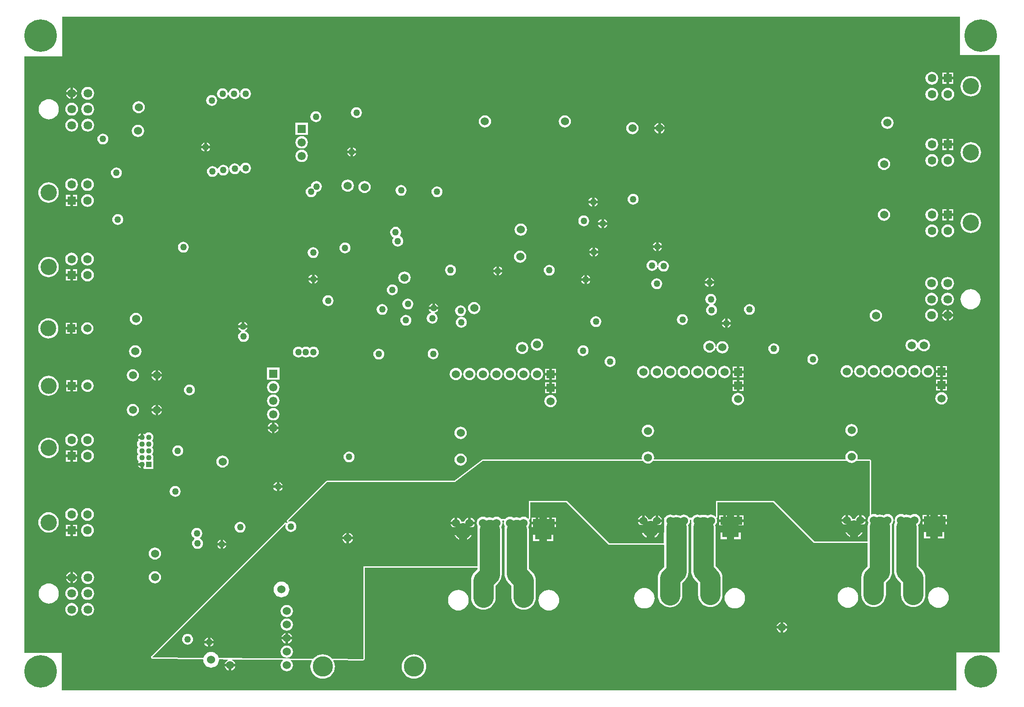
<source format=gbr>
%TF.GenerationSoftware,Altium Limited,Altium Designer,20.1.14 (287)*%
G04 Layer_Physical_Order=2*
G04 Layer_Color=36540*
%FSLAX25Y25*%
%MOIN*%
%TF.SameCoordinates,420D9B4C-C7A0-47ED-81AF-82C992674030*%
%TF.FilePolarity,Positive*%
%TF.FileFunction,Copper,L2,Inr,Signal*%
%TF.Part,Single*%
G01*
G75*
%TA.AperFunction,Conductor*%
%ADD27C,0.15000*%
%TA.AperFunction,ComponentPad*%
%ADD37C,0.12008*%
%ADD38C,0.06319*%
%ADD39R,0.06319X0.06319*%
%ADD40C,0.05000*%
%ADD41C,0.06000*%
%ADD42R,0.12000X0.12000*%
%ADD43C,0.12000*%
%ADD44R,0.06000X0.06000*%
%ADD45O,0.09900X0.26300*%
%ADD46C,0.15000*%
%ADD47C,0.10984*%
%ADD48C,0.06417*%
%ADD49C,0.05898*%
%ADD50R,0.06024X0.06024*%
%ADD51C,0.06024*%
%ADD52C,0.11811*%
%ADD53C,0.04000*%
%ADD54R,0.04000X0.04000*%
%ADD55C,0.06102*%
%ADD56R,0.06102X0.06102*%
%TA.AperFunction,ViaPad*%
%ADD57C,0.05000*%
%ADD58C,0.24000*%
G36*
X694500Y498980D02*
Y471500D01*
Y470500D01*
X723980D01*
X723980Y29000D01*
X692000D01*
X692000Y1020D01*
X30854D01*
X30500Y1373D01*
X30503Y28420D01*
X15411Y28509D01*
X15000Y28542D01*
X14647Y28514D01*
X3000Y28583D01*
X3000Y469000D01*
Y469500D01*
X31000D01*
Y498980D01*
X694500Y498980D01*
D02*
G37*
%LPC*%
G36*
X689795Y457565D02*
X686636D01*
Y454405D01*
X689795D01*
Y457565D01*
D02*
G37*
G36*
X684636D02*
X681476D01*
Y454405D01*
X684636D01*
Y457565D01*
D02*
G37*
G36*
X689795Y452406D02*
X686636D01*
Y449246D01*
X689795D01*
Y452406D01*
D02*
G37*
G36*
X684636D02*
X681476D01*
Y449246D01*
X684636D01*
Y452406D01*
D02*
G37*
G36*
X673825Y458105D02*
X672608Y457945D01*
X671475Y457476D01*
X670502Y456729D01*
X669755Y455755D01*
X669285Y454622D01*
X669125Y453406D01*
X669285Y452189D01*
X669755Y451056D01*
X670502Y450082D01*
X671475Y449335D01*
X672608Y448866D01*
X673825Y448706D01*
X675041Y448866D01*
X676175Y449335D01*
X677148Y450082D01*
X677895Y451056D01*
X678364Y452189D01*
X678524Y453406D01*
X678364Y454622D01*
X677895Y455755D01*
X677148Y456729D01*
X676175Y457476D01*
X675041Y457945D01*
X673825Y458105D01*
D02*
G37*
G36*
X39008Y446424D02*
Y443311D01*
X42121D01*
X42108Y443410D01*
X41684Y444433D01*
X41010Y445313D01*
X40130Y445987D01*
X39107Y446411D01*
X39008Y446424D01*
D02*
G37*
G36*
X37008D02*
X36909Y446411D01*
X35885Y445987D01*
X35006Y445313D01*
X34332Y444433D01*
X33907Y443410D01*
X33895Y443311D01*
X37008D01*
Y446424D01*
D02*
G37*
G36*
X702644Y455040D02*
X701173Y454895D01*
X699758Y454466D01*
X698455Y453769D01*
X697312Y452832D01*
X696374Y451689D01*
X695677Y450386D01*
X695248Y448971D01*
X695104Y447500D01*
X695248Y446029D01*
X695677Y444615D01*
X696374Y443311D01*
X697312Y442168D01*
X698455Y441230D01*
X699758Y440534D01*
X701173Y440105D01*
X702644Y439960D01*
X704115Y440105D01*
X705529Y440534D01*
X706833Y441230D01*
X707975Y442168D01*
X708913Y443311D01*
X709610Y444615D01*
X710039Y446029D01*
X710184Y447500D01*
X710039Y448971D01*
X709610Y450386D01*
X708913Y451689D01*
X707975Y452832D01*
X706833Y453769D01*
X705529Y454466D01*
X704115Y454895D01*
X702644Y455040D01*
D02*
G37*
G36*
X37008Y441311D02*
X33895D01*
X33907Y441212D01*
X34332Y440189D01*
X35006Y439309D01*
X35885Y438635D01*
X36909Y438211D01*
X37008Y438198D01*
Y441311D01*
D02*
G37*
G36*
X42121D02*
X39008D01*
Y438198D01*
X39107Y438211D01*
X40130Y438635D01*
X41010Y439309D01*
X41684Y440189D01*
X42108Y441212D01*
X42121Y441311D01*
D02*
G37*
G36*
X149500Y446034D02*
X148456Y445897D01*
X147483Y445494D01*
X146647Y444853D01*
X146006Y444017D01*
X145603Y443044D01*
X145466Y442000D01*
X145603Y440956D01*
X146006Y439983D01*
X146647Y439147D01*
X147483Y438506D01*
X148456Y438103D01*
X149500Y437965D01*
X150544Y438103D01*
X151517Y438506D01*
X152353Y439147D01*
X152994Y439983D01*
X153397Y440956D01*
X153498Y441721D01*
X154002D01*
X154103Y440956D01*
X154506Y439983D01*
X155147Y439147D01*
X155983Y438506D01*
X156956Y438103D01*
X158000Y437965D01*
X159044Y438103D01*
X160017Y438506D01*
X160853Y439147D01*
X161494Y439983D01*
X161897Y440956D01*
X161998Y441721D01*
X162502D01*
X162603Y440956D01*
X163006Y439983D01*
X163647Y439147D01*
X164483Y438506D01*
X165456Y438103D01*
X166500Y437965D01*
X167544Y438103D01*
X168517Y438506D01*
X169353Y439147D01*
X169994Y439983D01*
X170397Y440956D01*
X170535Y442000D01*
X170397Y443044D01*
X169994Y444017D01*
X169353Y444853D01*
X168517Y445494D01*
X167544Y445897D01*
X166500Y446034D01*
X165456Y445897D01*
X164483Y445494D01*
X163647Y444853D01*
X163006Y444017D01*
X162603Y443044D01*
X162502Y442279D01*
X161998D01*
X161897Y443044D01*
X161494Y444017D01*
X160853Y444853D01*
X160017Y445494D01*
X159044Y445897D01*
X158000Y446034D01*
X156956Y445897D01*
X155983Y445494D01*
X155147Y444853D01*
X154506Y444017D01*
X154103Y443044D01*
X154002Y442279D01*
X153498D01*
X153397Y443044D01*
X152994Y444017D01*
X152353Y444853D01*
X151517Y445494D01*
X150544Y445897D01*
X149500Y446034D01*
D02*
G37*
G36*
X49819Y447060D02*
X48590Y446899D01*
X47444Y446424D01*
X46461Y445669D01*
X45706Y444686D01*
X45231Y443540D01*
X45070Y442311D01*
X45231Y441082D01*
X45706Y439936D01*
X46461Y438953D01*
X47444Y438198D01*
X48590Y437724D01*
X49819Y437562D01*
X51048Y437724D01*
X52193Y438198D01*
X53177Y438953D01*
X53932Y439936D01*
X54406Y441082D01*
X54568Y442311D01*
X54406Y443540D01*
X53932Y444686D01*
X53177Y445669D01*
X52193Y446424D01*
X51048Y446899D01*
X49819Y447060D01*
D02*
G37*
G36*
X685636Y446294D02*
X684419Y446134D01*
X683286Y445665D01*
X682313Y444918D01*
X681566Y443944D01*
X681096Y442811D01*
X680936Y441595D01*
X681096Y440378D01*
X681566Y439245D01*
X682313Y438271D01*
X683286Y437525D01*
X684419Y437055D01*
X685636Y436895D01*
X686852Y437055D01*
X687986Y437525D01*
X688959Y438271D01*
X689706Y439245D01*
X690175Y440378D01*
X690336Y441595D01*
X690175Y442811D01*
X689706Y443944D01*
X688959Y444918D01*
X687986Y445665D01*
X686852Y446134D01*
X685636Y446294D01*
D02*
G37*
G36*
X673825D02*
X672608Y446134D01*
X671475Y445665D01*
X670502Y444918D01*
X669755Y443944D01*
X669285Y442811D01*
X669125Y441595D01*
X669285Y440378D01*
X669755Y439245D01*
X670502Y438271D01*
X671475Y437525D01*
X672608Y437055D01*
X673825Y436895D01*
X675041Y437055D01*
X676175Y437525D01*
X677148Y438271D01*
X677895Y439245D01*
X678364Y440378D01*
X678524Y441595D01*
X678364Y442811D01*
X677895Y443944D01*
X677148Y444918D01*
X676175Y445665D01*
X675041Y446134D01*
X673825Y446294D01*
D02*
G37*
G36*
X141500Y441035D02*
X140456Y440897D01*
X139483Y440494D01*
X138647Y439853D01*
X138006Y439017D01*
X137603Y438044D01*
X137466Y437000D01*
X137603Y435956D01*
X138006Y434983D01*
X138647Y434147D01*
X139483Y433506D01*
X140456Y433103D01*
X141500Y432966D01*
X142544Y433103D01*
X143517Y433506D01*
X144353Y434147D01*
X144994Y434983D01*
X145397Y435956D01*
X145535Y437000D01*
X145397Y438044D01*
X144994Y439017D01*
X144353Y439853D01*
X143517Y440494D01*
X142544Y440897D01*
X141500Y441035D01*
D02*
G37*
G36*
X87500Y436539D02*
X86325Y436384D01*
X85231Y435931D01*
X84291Y435209D01*
X83569Y434269D01*
X83116Y433175D01*
X82961Y432000D01*
X83116Y430825D01*
X83569Y429731D01*
X84291Y428791D01*
X85231Y428069D01*
X86325Y427616D01*
X87500Y427461D01*
X88675Y427616D01*
X89769Y428069D01*
X90709Y428791D01*
X91431Y429731D01*
X91884Y430825D01*
X92039Y432000D01*
X91884Y433175D01*
X91431Y434269D01*
X90709Y435209D01*
X89769Y435931D01*
X88675Y436384D01*
X87500Y436539D01*
D02*
G37*
G36*
X49819Y435249D02*
X48590Y435087D01*
X47444Y434613D01*
X46461Y433858D01*
X45706Y432875D01*
X45231Y431729D01*
X45070Y430500D01*
X45231Y429271D01*
X45706Y428125D01*
X46461Y427142D01*
X47444Y426387D01*
X48590Y425913D01*
X49819Y425751D01*
X51048Y425913D01*
X52193Y426387D01*
X53177Y427142D01*
X53932Y428125D01*
X54406Y429271D01*
X54568Y430500D01*
X54406Y431729D01*
X53932Y432875D01*
X53177Y433858D01*
X52193Y434613D01*
X51048Y435087D01*
X49819Y435249D01*
D02*
G37*
G36*
X38008D02*
X36779Y435087D01*
X35633Y434613D01*
X34650Y433858D01*
X33895Y432875D01*
X33420Y431729D01*
X33259Y430500D01*
X33420Y429271D01*
X33895Y428125D01*
X34650Y427142D01*
X35633Y426387D01*
X36779Y425913D01*
X38008Y425751D01*
X39237Y425913D01*
X40383Y426387D01*
X41366Y427142D01*
X42121Y428125D01*
X42595Y429271D01*
X42757Y430500D01*
X42595Y431729D01*
X42121Y432875D01*
X41366Y433858D01*
X40383Y434613D01*
X39237Y435087D01*
X38008Y435249D01*
D02*
G37*
G36*
X248500Y432034D02*
X247456Y431897D01*
X246483Y431494D01*
X245647Y430853D01*
X245006Y430017D01*
X244603Y429044D01*
X244465Y428000D01*
X244603Y426956D01*
X245006Y425983D01*
X245647Y425147D01*
X246483Y424506D01*
X247456Y424103D01*
X248500Y423966D01*
X249544Y424103D01*
X250517Y424506D01*
X251353Y425147D01*
X251994Y425983D01*
X252397Y426956D01*
X252535Y428000D01*
X252397Y429044D01*
X251994Y430017D01*
X251353Y430853D01*
X250517Y431494D01*
X249544Y431897D01*
X248500Y432034D01*
D02*
G37*
G36*
X21000Y437941D02*
X19548Y437798D01*
X18152Y437375D01*
X16866Y436687D01*
X15738Y435762D01*
X14813Y434634D01*
X14125Y433348D01*
X13702Y431952D01*
X13559Y430500D01*
X13702Y429048D01*
X14125Y427652D01*
X14813Y426366D01*
X15738Y425238D01*
X16866Y424313D01*
X18152Y423625D01*
X19548Y423202D01*
X21000Y423059D01*
X22452Y423202D01*
X23848Y423625D01*
X25134Y424313D01*
X26262Y425238D01*
X27187Y426366D01*
X27875Y427652D01*
X28298Y429048D01*
X28441Y430500D01*
X28298Y431952D01*
X27875Y433348D01*
X27187Y434634D01*
X26262Y435762D01*
X25134Y436687D01*
X23848Y437375D01*
X22452Y437798D01*
X21000Y437941D01*
D02*
G37*
G36*
X218500Y429035D02*
X217456Y428897D01*
X216483Y428494D01*
X215647Y427853D01*
X215006Y427017D01*
X214603Y426044D01*
X214465Y425000D01*
X214603Y423956D01*
X215006Y422983D01*
X215647Y422147D01*
X216483Y421506D01*
X217456Y421103D01*
X218500Y420965D01*
X219544Y421103D01*
X220517Y421506D01*
X221353Y422147D01*
X221994Y422983D01*
X222397Y423956D01*
X222534Y425000D01*
X222397Y426044D01*
X221994Y427017D01*
X221353Y427853D01*
X220517Y428494D01*
X219544Y428897D01*
X218500Y429035D01*
D02*
G37*
G36*
X473500Y420403D02*
Y417500D01*
X476403D01*
X476397Y417544D01*
X475994Y418517D01*
X475353Y419353D01*
X474517Y419994D01*
X473544Y420397D01*
X473500Y420403D01*
D02*
G37*
G36*
X471500D02*
X471456Y420397D01*
X470483Y419994D01*
X469647Y419353D01*
X469006Y418517D01*
X468603Y417544D01*
X468597Y417500D01*
X471500D01*
Y420403D01*
D02*
G37*
G36*
X402528Y426039D02*
X401353Y425884D01*
X400258Y425431D01*
X399318Y424709D01*
X398597Y423769D01*
X398143Y422675D01*
X397989Y421500D01*
X398143Y420325D01*
X398597Y419231D01*
X399318Y418291D01*
X400258Y417569D01*
X401353Y417116D01*
X402528Y416961D01*
X403702Y417116D01*
X404797Y417569D01*
X405737Y418291D01*
X406458Y419231D01*
X406912Y420325D01*
X407066Y421500D01*
X406912Y422675D01*
X406458Y423769D01*
X405737Y424709D01*
X404797Y425431D01*
X403702Y425884D01*
X402528Y426039D01*
D02*
G37*
G36*
X343472D02*
X342298Y425884D01*
X341203Y425431D01*
X340263Y424709D01*
X339542Y423769D01*
X339088Y422675D01*
X338934Y421500D01*
X339088Y420325D01*
X339542Y419231D01*
X340263Y418291D01*
X341203Y417569D01*
X342298Y417116D01*
X343472Y416961D01*
X344647Y417116D01*
X345742Y417569D01*
X346682Y418291D01*
X347403Y419231D01*
X347857Y420325D01*
X348011Y421500D01*
X347857Y422675D01*
X347403Y423769D01*
X346682Y424709D01*
X345742Y425431D01*
X344647Y425884D01*
X343472Y426039D01*
D02*
G37*
G36*
X641000Y425039D02*
X639825Y424884D01*
X638731Y424431D01*
X637791Y423709D01*
X637069Y422769D01*
X636616Y421675D01*
X636461Y420500D01*
X636616Y419325D01*
X637069Y418231D01*
X637791Y417291D01*
X638731Y416569D01*
X639825Y416116D01*
X641000Y415961D01*
X642175Y416116D01*
X643269Y416569D01*
X644209Y417291D01*
X644931Y418231D01*
X645384Y419325D01*
X645539Y420500D01*
X645384Y421675D01*
X644931Y422769D01*
X644209Y423709D01*
X643269Y424431D01*
X642175Y424884D01*
X641000Y425039D01*
D02*
G37*
G36*
X49819Y423438D02*
X48590Y423276D01*
X47444Y422802D01*
X46461Y422047D01*
X45706Y421064D01*
X45231Y419918D01*
X45070Y418689D01*
X45231Y417460D01*
X45706Y416314D01*
X46461Y415331D01*
X47444Y414576D01*
X48590Y414102D01*
X49819Y413940D01*
X51048Y414102D01*
X52193Y414576D01*
X53177Y415331D01*
X53932Y416314D01*
X54406Y417460D01*
X54568Y418689D01*
X54406Y419918D01*
X53932Y421064D01*
X53177Y422047D01*
X52193Y422802D01*
X51048Y423276D01*
X49819Y423438D01*
D02*
G37*
G36*
X38008D02*
X36779Y423276D01*
X35633Y422802D01*
X34650Y422047D01*
X33895Y421064D01*
X33420Y419918D01*
X33259Y418689D01*
X33420Y417460D01*
X33895Y416314D01*
X34650Y415331D01*
X35633Y414576D01*
X36779Y414102D01*
X38008Y413940D01*
X39237Y414102D01*
X40383Y414576D01*
X41366Y415331D01*
X42121Y416314D01*
X42595Y417460D01*
X42757Y418689D01*
X42595Y419918D01*
X42121Y421064D01*
X41366Y422047D01*
X40383Y422802D01*
X39237Y423276D01*
X38008Y423438D01*
D02*
G37*
G36*
X476403Y415500D02*
X473500D01*
Y412597D01*
X473544Y412603D01*
X474517Y413006D01*
X475353Y413647D01*
X475994Y414483D01*
X476397Y415456D01*
X476403Y415500D01*
D02*
G37*
G36*
X471500D02*
X468597D01*
X468603Y415456D01*
X469006Y414483D01*
X469647Y413647D01*
X470483Y413006D01*
X471456Y412603D01*
X471500Y412597D01*
Y415500D01*
D02*
G37*
G36*
X452500Y421039D02*
X451325Y420884D01*
X450231Y420431D01*
X449291Y419709D01*
X448569Y418769D01*
X448116Y417675D01*
X447961Y416500D01*
X448116Y415325D01*
X448569Y414231D01*
X449291Y413291D01*
X450231Y412569D01*
X451325Y412116D01*
X452500Y411961D01*
X453675Y412116D01*
X454769Y412569D01*
X455709Y413291D01*
X456431Y414231D01*
X456884Y415325D01*
X457039Y416500D01*
X456884Y417675D01*
X456431Y418769D01*
X455709Y419709D01*
X454769Y420431D01*
X453675Y420884D01*
X452500Y421039D01*
D02*
G37*
G36*
X212551Y420551D02*
X203449D01*
Y411449D01*
X212551D01*
Y420551D01*
D02*
G37*
G36*
X87000Y419039D02*
X85825Y418884D01*
X84731Y418431D01*
X83791Y417709D01*
X83069Y416769D01*
X82616Y415675D01*
X82461Y414500D01*
X82616Y413325D01*
X83069Y412231D01*
X83791Y411291D01*
X84731Y410569D01*
X85825Y410116D01*
X87000Y409961D01*
X88175Y410116D01*
X89269Y410569D01*
X90209Y411291D01*
X90931Y412231D01*
X91384Y413325D01*
X91539Y414500D01*
X91384Y415675D01*
X90931Y416769D01*
X90209Y417709D01*
X89269Y418431D01*
X88175Y418884D01*
X87000Y419039D01*
D02*
G37*
G36*
X689795Y408660D02*
X686636D01*
Y405500D01*
X689795D01*
Y408660D01*
D02*
G37*
G36*
X684636D02*
X681476D01*
Y405500D01*
X684636D01*
Y408660D01*
D02*
G37*
G36*
X61000Y412535D02*
X59956Y412397D01*
X58983Y411994D01*
X58147Y411353D01*
X57506Y410517D01*
X57103Y409544D01*
X56966Y408500D01*
X57103Y407456D01*
X57506Y406483D01*
X58147Y405647D01*
X58983Y405006D01*
X59956Y404603D01*
X61000Y404465D01*
X62044Y404603D01*
X63017Y405006D01*
X63853Y405647D01*
X64494Y406483D01*
X64897Y407456D01*
X65035Y408500D01*
X64897Y409544D01*
X64494Y410517D01*
X63853Y411353D01*
X63017Y411994D01*
X62044Y412397D01*
X61000Y412535D01*
D02*
G37*
G36*
X138000Y405874D02*
Y403500D01*
X140374D01*
X140057Y404265D01*
X139496Y404996D01*
X138765Y405557D01*
X138000Y405874D01*
D02*
G37*
G36*
X136000D02*
X135235Y405557D01*
X134504Y404996D01*
X133943Y404265D01*
X133626Y403500D01*
X136000D01*
Y405874D01*
D02*
G37*
G36*
X208000Y410590D02*
X206812Y410434D01*
X205705Y409975D01*
X204754Y409246D01*
X204025Y408295D01*
X203566Y407188D01*
X203410Y406000D01*
X203566Y404812D01*
X204025Y403705D01*
X204754Y402754D01*
X205705Y402025D01*
X206812Y401566D01*
X208000Y401409D01*
X209188Y401566D01*
X210295Y402025D01*
X211246Y402754D01*
X211976Y403705D01*
X212434Y404812D01*
X212591Y406000D01*
X212434Y407188D01*
X211976Y408295D01*
X211246Y409246D01*
X210295Y409975D01*
X209188Y410434D01*
X208000Y410590D01*
D02*
G37*
G36*
X689795Y403500D02*
X686636D01*
Y400341D01*
X689795D01*
Y403500D01*
D02*
G37*
G36*
X684636D02*
X681476D01*
Y400341D01*
X684636D01*
Y403500D01*
D02*
G37*
G36*
X246000Y402374D02*
Y400000D01*
X248374D01*
X248057Y400765D01*
X247496Y401496D01*
X246765Y402057D01*
X246000Y402374D01*
D02*
G37*
G36*
X244000D02*
X243235Y402057D01*
X242504Y401496D01*
X241943Y400765D01*
X241626Y400000D01*
X244000D01*
Y402374D01*
D02*
G37*
G36*
X673825Y409200D02*
X672608Y409039D01*
X671475Y408570D01*
X670502Y407823D01*
X669755Y406850D01*
X669285Y405716D01*
X669125Y404500D01*
X669285Y403284D01*
X669755Y402150D01*
X670502Y401177D01*
X671475Y400430D01*
X672608Y399960D01*
X673825Y399800D01*
X675041Y399960D01*
X676175Y400430D01*
X677148Y401177D01*
X677895Y402150D01*
X678364Y403284D01*
X678524Y404500D01*
X678364Y405716D01*
X677895Y406850D01*
X677148Y407823D01*
X676175Y408570D01*
X675041Y409039D01*
X673825Y409200D01*
D02*
G37*
G36*
X140374Y401500D02*
X138000D01*
Y399126D01*
X138765Y399443D01*
X139496Y400004D01*
X140057Y400735D01*
X140374Y401500D01*
D02*
G37*
G36*
X136000D02*
X133626D01*
X133943Y400735D01*
X134504Y400004D01*
X135235Y399443D01*
X136000Y399126D01*
Y401500D01*
D02*
G37*
G36*
X248374Y398000D02*
X246000D01*
Y395626D01*
X246765Y395943D01*
X247496Y396504D01*
X248057Y397235D01*
X248374Y398000D01*
D02*
G37*
G36*
X244000D02*
X241626D01*
X241943Y397235D01*
X242504Y396504D01*
X243235Y395943D01*
X244000Y395626D01*
Y398000D01*
D02*
G37*
G36*
X208000Y400591D02*
X206812Y400434D01*
X205705Y399975D01*
X204754Y399246D01*
X204025Y398295D01*
X203566Y397188D01*
X203410Y396000D01*
X203566Y394812D01*
X204025Y393705D01*
X204754Y392754D01*
X205705Y392024D01*
X206812Y391566D01*
X208000Y391409D01*
X209188Y391566D01*
X210295Y392024D01*
X211246Y392754D01*
X211976Y393705D01*
X212434Y394812D01*
X212591Y396000D01*
X212434Y397188D01*
X211976Y398295D01*
X211246Y399246D01*
X210295Y399975D01*
X209188Y400434D01*
X208000Y400591D01*
D02*
G37*
G36*
X702644Y406135D02*
X701173Y405990D01*
X699758Y405561D01*
X698455Y404864D01*
X697312Y403926D01*
X696374Y402784D01*
X695677Y401480D01*
X695248Y400066D01*
X695104Y398594D01*
X695248Y397124D01*
X695677Y395709D01*
X696374Y394405D01*
X697312Y393263D01*
X698455Y392325D01*
X699758Y391628D01*
X701173Y391199D01*
X702644Y391054D01*
X704115Y391199D01*
X705529Y391628D01*
X706833Y392325D01*
X707975Y393263D01*
X708913Y394405D01*
X709610Y395709D01*
X710039Y397124D01*
X710184Y398594D01*
X710039Y400066D01*
X709610Y401480D01*
X708913Y402784D01*
X707975Y403926D01*
X706833Y404864D01*
X705529Y405561D01*
X704115Y405990D01*
X702644Y406135D01*
D02*
G37*
G36*
X166500Y391035D02*
X165456Y390897D01*
X164483Y390494D01*
X163647Y389853D01*
X163006Y389017D01*
X162667Y388199D01*
X162150Y388163D01*
X162140Y388166D01*
X161994Y388517D01*
X161353Y389353D01*
X160517Y389994D01*
X159544Y390397D01*
X158500Y390534D01*
X157456Y390397D01*
X156483Y389994D01*
X155647Y389353D01*
X155006Y388517D01*
X154603Y387544D01*
X154465Y386500D01*
X154603Y385456D01*
X155006Y384483D01*
X155647Y383647D01*
X156483Y383006D01*
X157456Y382603D01*
X158500Y382466D01*
X159544Y382603D01*
X160517Y383006D01*
X161353Y383647D01*
X161994Y384483D01*
X162333Y385301D01*
X162850Y385337D01*
X162860Y385334D01*
X163006Y384983D01*
X163647Y384147D01*
X164483Y383506D01*
X165456Y383103D01*
X166500Y382965D01*
X167544Y383103D01*
X168517Y383506D01*
X169353Y384147D01*
X169994Y384983D01*
X170397Y385956D01*
X170535Y387000D01*
X170397Y388044D01*
X169994Y389017D01*
X169353Y389853D01*
X168517Y390494D01*
X167544Y390897D01*
X166500Y391035D01*
D02*
G37*
G36*
X685636Y397389D02*
X684419Y397229D01*
X683286Y396759D01*
X682313Y396012D01*
X681566Y395039D01*
X681096Y393905D01*
X680936Y392689D01*
X681096Y391473D01*
X681566Y390339D01*
X682313Y389366D01*
X683286Y388619D01*
X684419Y388149D01*
X685636Y387989D01*
X686852Y388149D01*
X687986Y388619D01*
X688959Y389366D01*
X689706Y390339D01*
X690175Y391473D01*
X690336Y392689D01*
X690175Y393905D01*
X689706Y395039D01*
X688959Y396012D01*
X687986Y396759D01*
X686852Y397229D01*
X685636Y397389D01*
D02*
G37*
G36*
X673825D02*
X672608Y397229D01*
X671475Y396759D01*
X670502Y396012D01*
X669755Y395039D01*
X669285Y393905D01*
X669125Y392689D01*
X669285Y391473D01*
X669755Y390339D01*
X670502Y389366D01*
X671475Y388619D01*
X672608Y388149D01*
X673825Y387989D01*
X675041Y388149D01*
X676175Y388619D01*
X677148Y389366D01*
X677895Y390339D01*
X678364Y391473D01*
X678524Y392689D01*
X678364Y393905D01*
X677895Y395039D01*
X677148Y396012D01*
X676175Y396759D01*
X675041Y397229D01*
X673825Y397389D01*
D02*
G37*
G36*
X150000Y389534D02*
X148956Y389397D01*
X147983Y388994D01*
X147147Y388353D01*
X146506Y387517D01*
X146103Y386544D01*
X146084Y386400D01*
X145571Y386332D01*
X145494Y386517D01*
X144853Y387353D01*
X144017Y387994D01*
X143044Y388397D01*
X142000Y388534D01*
X140956Y388397D01*
X139983Y387994D01*
X139147Y387353D01*
X138506Y386517D01*
X138103Y385544D01*
X137966Y384500D01*
X138103Y383456D01*
X138506Y382483D01*
X139147Y381647D01*
X139983Y381006D01*
X140956Y380603D01*
X142000Y380466D01*
X143044Y380603D01*
X144017Y381006D01*
X144853Y381647D01*
X145494Y382483D01*
X145897Y383456D01*
X145916Y383600D01*
X146429Y383668D01*
X146506Y383483D01*
X147147Y382647D01*
X147983Y382006D01*
X148956Y381603D01*
X150000Y381466D01*
X151044Y381603D01*
X152017Y382006D01*
X152853Y382647D01*
X153494Y383483D01*
X153897Y384456D01*
X154034Y385500D01*
X153897Y386544D01*
X153494Y387517D01*
X152853Y388353D01*
X152017Y388994D01*
X151044Y389397D01*
X150000Y389534D01*
D02*
G37*
G36*
X638500Y394539D02*
X637325Y394384D01*
X636231Y393931D01*
X635291Y393209D01*
X634569Y392269D01*
X634116Y391175D01*
X633961Y390000D01*
X634116Y388825D01*
X634569Y387731D01*
X635291Y386791D01*
X636231Y386069D01*
X637325Y385616D01*
X638500Y385461D01*
X639675Y385616D01*
X640769Y386069D01*
X641709Y386791D01*
X642431Y387731D01*
X642884Y388825D01*
X643039Y390000D01*
X642884Y391175D01*
X642431Y392269D01*
X641709Y393209D01*
X640769Y393931D01*
X639675Y394384D01*
X638500Y394539D01*
D02*
G37*
G36*
X71000Y387534D02*
X69956Y387397D01*
X68983Y386994D01*
X68147Y386353D01*
X67506Y385517D01*
X67103Y384544D01*
X66966Y383500D01*
X67103Y382456D01*
X67506Y381483D01*
X68147Y380647D01*
X68983Y380006D01*
X69956Y379603D01*
X71000Y379466D01*
X72044Y379603D01*
X73017Y380006D01*
X73853Y380647D01*
X74494Y381483D01*
X74897Y382456D01*
X75034Y383500D01*
X74897Y384544D01*
X74494Y385517D01*
X73853Y386353D01*
X73017Y386994D01*
X72044Y387397D01*
X71000Y387534D01*
D02*
G37*
G36*
X49675Y379500D02*
X48459Y379340D01*
X47325Y378870D01*
X46352Y378123D01*
X45605Y377150D01*
X45136Y376016D01*
X44976Y374800D01*
X45136Y373584D01*
X45605Y372450D01*
X46352Y371477D01*
X47325Y370730D01*
X48459Y370261D01*
X49675Y370100D01*
X50892Y370261D01*
X52025Y370730D01*
X52998Y371477D01*
X53745Y372450D01*
X54215Y373584D01*
X54375Y374800D01*
X54215Y376016D01*
X53745Y377150D01*
X52998Y378123D01*
X52025Y378870D01*
X50892Y379340D01*
X49675Y379500D01*
D02*
G37*
G36*
X37864D02*
X36648Y379340D01*
X35514Y378870D01*
X34541Y378123D01*
X33794Y377150D01*
X33325Y376016D01*
X33165Y374800D01*
X33325Y373584D01*
X33794Y372450D01*
X34541Y371477D01*
X35514Y370730D01*
X36648Y370261D01*
X37864Y370100D01*
X39081Y370261D01*
X40214Y370730D01*
X41187Y371477D01*
X41934Y372450D01*
X42404Y373584D01*
X42564Y374800D01*
X42404Y376016D01*
X41934Y377150D01*
X41187Y378123D01*
X40214Y378870D01*
X39081Y379340D01*
X37864Y379500D01*
D02*
G37*
G36*
X242000Y378539D02*
X240825Y378384D01*
X239731Y377931D01*
X238791Y377209D01*
X238069Y376269D01*
X237616Y375175D01*
X237461Y374000D01*
X237616Y372825D01*
X238069Y371731D01*
X238791Y370791D01*
X239731Y370069D01*
X240825Y369616D01*
X242000Y369461D01*
X243175Y369616D01*
X244269Y370069D01*
X245209Y370791D01*
X245931Y371731D01*
X246384Y372825D01*
X246539Y374000D01*
X246384Y375175D01*
X245931Y376269D01*
X245209Y377209D01*
X244269Y377931D01*
X243175Y378384D01*
X242000Y378539D01*
D02*
G37*
G36*
X254500Y377539D02*
X253325Y377384D01*
X252231Y376931D01*
X251291Y376209D01*
X250569Y375269D01*
X250116Y374175D01*
X249961Y373000D01*
X250116Y371825D01*
X250569Y370731D01*
X251291Y369791D01*
X252231Y369069D01*
X253325Y368616D01*
X254500Y368461D01*
X255675Y368616D01*
X256769Y369069D01*
X257709Y369791D01*
X258431Y370731D01*
X258884Y371825D01*
X259039Y373000D01*
X258884Y374175D01*
X258431Y375269D01*
X257709Y376209D01*
X256769Y376931D01*
X255675Y377384D01*
X254500Y377539D01*
D02*
G37*
G36*
X281500Y374535D02*
X280456Y374397D01*
X279483Y373994D01*
X278647Y373353D01*
X278006Y372517D01*
X277603Y371544D01*
X277466Y370500D01*
X277603Y369456D01*
X278006Y368483D01*
X278647Y367647D01*
X279483Y367006D01*
X280456Y366603D01*
X281500Y366465D01*
X282544Y366603D01*
X283517Y367006D01*
X284353Y367647D01*
X284994Y368483D01*
X285397Y369456D01*
X285535Y370500D01*
X285397Y371544D01*
X284994Y372517D01*
X284353Y373353D01*
X283517Y373994D01*
X282544Y374397D01*
X281500Y374535D01*
D02*
G37*
G36*
X308000Y373534D02*
X306956Y373397D01*
X305983Y372994D01*
X305147Y372353D01*
X304506Y371517D01*
X304103Y370544D01*
X303965Y369500D01*
X304103Y368456D01*
X304506Y367483D01*
X305147Y366647D01*
X305983Y366006D01*
X306956Y365603D01*
X308000Y365465D01*
X309044Y365603D01*
X310017Y366006D01*
X310853Y366647D01*
X311494Y367483D01*
X311897Y368456D01*
X312035Y369500D01*
X311897Y370544D01*
X311494Y371517D01*
X310853Y372353D01*
X310017Y372994D01*
X309044Y373397D01*
X308000Y373534D01*
D02*
G37*
G36*
X218889Y377424D02*
X217845Y377286D01*
X216872Y376883D01*
X216036Y376242D01*
X215395Y375406D01*
X214992Y374433D01*
X214872Y373518D01*
X213956Y373397D01*
X212983Y372994D01*
X212147Y372353D01*
X211506Y371517D01*
X211103Y370544D01*
X210965Y369500D01*
X211103Y368456D01*
X211506Y367483D01*
X212147Y366647D01*
X212983Y366006D01*
X213956Y365603D01*
X215000Y365465D01*
X216044Y365603D01*
X217017Y366006D01*
X217853Y366647D01*
X218494Y367483D01*
X218897Y368456D01*
X219018Y369372D01*
X219933Y369492D01*
X220906Y369895D01*
X221742Y370536D01*
X222383Y371372D01*
X222786Y372345D01*
X222924Y373389D01*
X222786Y374433D01*
X222383Y375406D01*
X221742Y376242D01*
X220906Y376883D01*
X219933Y377286D01*
X218889Y377424D01*
D02*
G37*
G36*
X42024Y367148D02*
X38864D01*
Y363989D01*
X42024D01*
Y367148D01*
D02*
G37*
G36*
X36864D02*
X33705D01*
Y363989D01*
X36864D01*
Y367148D01*
D02*
G37*
G36*
X424500Y365374D02*
Y363000D01*
X426874D01*
X426557Y363765D01*
X425996Y364496D01*
X425265Y365057D01*
X424500Y365374D01*
D02*
G37*
G36*
X422500D02*
X421735Y365057D01*
X421004Y364496D01*
X420443Y363765D01*
X420126Y363000D01*
X422500D01*
Y365374D01*
D02*
G37*
G36*
X20856Y376435D02*
X19385Y376290D01*
X17971Y375861D01*
X16667Y375164D01*
X15525Y374226D01*
X14587Y373084D01*
X13890Y371780D01*
X13461Y370366D01*
X13316Y368895D01*
X13461Y367424D01*
X13890Y366009D01*
X14587Y364705D01*
X15525Y363563D01*
X16667Y362625D01*
X17971Y361928D01*
X19385Y361499D01*
X20856Y361354D01*
X22327Y361499D01*
X23742Y361928D01*
X25045Y362625D01*
X26188Y363563D01*
X27126Y364705D01*
X27823Y366009D01*
X28252Y367424D01*
X28396Y368895D01*
X28252Y370366D01*
X27823Y371780D01*
X27126Y373084D01*
X26188Y374226D01*
X25045Y375164D01*
X23742Y375861D01*
X22327Y376290D01*
X20856Y376435D01*
D02*
G37*
G36*
X453000Y368035D02*
X451956Y367897D01*
X450983Y367494D01*
X450147Y366853D01*
X449506Y366017D01*
X449103Y365044D01*
X448966Y364000D01*
X449103Y362956D01*
X449506Y361983D01*
X450147Y361147D01*
X450983Y360506D01*
X451956Y360103D01*
X453000Y359965D01*
X454044Y360103D01*
X455017Y360506D01*
X455853Y361147D01*
X456494Y361983D01*
X456897Y362956D01*
X457034Y364000D01*
X456897Y365044D01*
X456494Y366017D01*
X455853Y366853D01*
X455017Y367494D01*
X454044Y367897D01*
X453000Y368035D01*
D02*
G37*
G36*
X42024Y361989D02*
X38864D01*
Y358829D01*
X42024D01*
Y361989D01*
D02*
G37*
G36*
X36864D02*
X33705D01*
Y358829D01*
X36864D01*
Y361989D01*
D02*
G37*
G36*
X426874Y361000D02*
X424500D01*
Y358626D01*
X425265Y358943D01*
X425996Y359504D01*
X426557Y360235D01*
X426874Y361000D01*
D02*
G37*
G36*
X422500D02*
X420126D01*
X420443Y360235D01*
X421004Y359504D01*
X421735Y358943D01*
X422500Y358626D01*
Y361000D01*
D02*
G37*
G36*
X49675Y367689D02*
X48459Y367529D01*
X47325Y367059D01*
X46352Y366312D01*
X45605Y365339D01*
X45136Y364205D01*
X44976Y362989D01*
X45136Y361773D01*
X45605Y360639D01*
X46352Y359666D01*
X47325Y358919D01*
X48459Y358449D01*
X49675Y358289D01*
X50892Y358449D01*
X52025Y358919D01*
X52998Y359666D01*
X53745Y360639D01*
X54215Y361773D01*
X54375Y362989D01*
X54215Y364205D01*
X53745Y365339D01*
X52998Y366312D01*
X52025Y367059D01*
X50892Y367529D01*
X49675Y367689D01*
D02*
G37*
G36*
X689795Y356565D02*
X686636D01*
Y353405D01*
X689795D01*
Y356565D01*
D02*
G37*
G36*
X684636D02*
X681476D01*
Y353405D01*
X684636D01*
Y356565D01*
D02*
G37*
G36*
X689795Y351406D02*
X686636D01*
Y348246D01*
X689795D01*
Y351406D01*
D02*
G37*
G36*
X684636D02*
X681476D01*
Y348246D01*
X684636D01*
Y351406D01*
D02*
G37*
G36*
X638500Y357039D02*
X637325Y356884D01*
X636231Y356431D01*
X635291Y355709D01*
X634569Y354769D01*
X634116Y353675D01*
X633961Y352500D01*
X634116Y351325D01*
X634569Y350231D01*
X635291Y349291D01*
X636231Y348569D01*
X637325Y348116D01*
X638500Y347961D01*
X639675Y348116D01*
X640769Y348569D01*
X641709Y349291D01*
X642431Y350231D01*
X642884Y351325D01*
X643039Y352500D01*
X642884Y353675D01*
X642431Y354769D01*
X641709Y355709D01*
X640769Y356431D01*
X639675Y356884D01*
X638500Y357039D01*
D02*
G37*
G36*
X673825Y357105D02*
X672608Y356945D01*
X671475Y356475D01*
X670502Y355729D01*
X669755Y354755D01*
X669285Y353622D01*
X669125Y352406D01*
X669285Y351189D01*
X669755Y350056D01*
X670502Y349082D01*
X671475Y348336D01*
X672608Y347866D01*
X673825Y347706D01*
X675041Y347866D01*
X676175Y348336D01*
X677148Y349082D01*
X677895Y350056D01*
X678364Y351189D01*
X678524Y352406D01*
X678364Y353622D01*
X677895Y354755D01*
X677148Y355729D01*
X676175Y356475D01*
X675041Y356945D01*
X673825Y357105D01*
D02*
G37*
G36*
X431500Y349374D02*
Y347000D01*
X433874D01*
X433557Y347765D01*
X432996Y348496D01*
X432265Y349057D01*
X431500Y349374D01*
D02*
G37*
G36*
X429500D02*
X428735Y349057D01*
X428004Y348496D01*
X427443Y347765D01*
X427126Y347000D01*
X429500D01*
Y349374D01*
D02*
G37*
G36*
X72000Y353034D02*
X70956Y352897D01*
X69983Y352494D01*
X69147Y351853D01*
X68506Y351017D01*
X68103Y350044D01*
X67966Y349000D01*
X68103Y347956D01*
X68506Y346983D01*
X69147Y346147D01*
X69983Y345506D01*
X70956Y345103D01*
X72000Y344966D01*
X73044Y345103D01*
X74017Y345506D01*
X74853Y346147D01*
X75494Y346983D01*
X75897Y347956D01*
X76034Y349000D01*
X75897Y350044D01*
X75494Y351017D01*
X74853Y351853D01*
X74017Y352494D01*
X73044Y352897D01*
X72000Y353034D01*
D02*
G37*
G36*
X416514Y352034D02*
X415470Y351897D01*
X414497Y351494D01*
X413661Y350853D01*
X413020Y350017D01*
X412617Y349044D01*
X412480Y348000D01*
X412617Y346956D01*
X413020Y345983D01*
X413661Y345147D01*
X414497Y344506D01*
X415470Y344103D01*
X416514Y343966D01*
X417558Y344103D01*
X418531Y344506D01*
X419367Y345147D01*
X420008Y345983D01*
X420411Y346956D01*
X420549Y348000D01*
X420411Y349044D01*
X420008Y350017D01*
X419367Y350853D01*
X418531Y351494D01*
X417558Y351897D01*
X416514Y352034D01*
D02*
G37*
G36*
X433874Y345000D02*
X431500D01*
Y342626D01*
X432265Y342943D01*
X432996Y343504D01*
X433557Y344235D01*
X433874Y345000D01*
D02*
G37*
G36*
X429500D02*
X427126D01*
X427443Y344235D01*
X428004Y343504D01*
X428735Y342943D01*
X429500Y342626D01*
Y345000D01*
D02*
G37*
G36*
X702644Y354040D02*
X701173Y353895D01*
X699758Y353466D01*
X698455Y352769D01*
X697312Y351832D01*
X696374Y350689D01*
X695677Y349385D01*
X695248Y347971D01*
X695104Y346500D01*
X695248Y345029D01*
X695677Y343615D01*
X696374Y342311D01*
X697312Y341168D01*
X698455Y340230D01*
X699758Y339534D01*
X701173Y339105D01*
X702644Y338960D01*
X704115Y339105D01*
X705529Y339534D01*
X706833Y340230D01*
X707975Y341168D01*
X708913Y342311D01*
X709610Y343615D01*
X710039Y345029D01*
X710184Y346500D01*
X710039Y347971D01*
X709610Y349385D01*
X708913Y350689D01*
X707975Y351832D01*
X706833Y352769D01*
X705529Y353466D01*
X704115Y353895D01*
X702644Y354040D01*
D02*
G37*
G36*
X370000Y346039D02*
X368825Y345884D01*
X367731Y345431D01*
X366791Y344709D01*
X366069Y343769D01*
X365616Y342675D01*
X365461Y341500D01*
X365616Y340325D01*
X366069Y339231D01*
X366791Y338291D01*
X367731Y337569D01*
X368825Y337116D01*
X370000Y336961D01*
X371175Y337116D01*
X372269Y337569D01*
X373209Y338291D01*
X373931Y339231D01*
X374384Y340325D01*
X374539Y341500D01*
X374384Y342675D01*
X373931Y343769D01*
X373209Y344709D01*
X372269Y345431D01*
X371175Y345884D01*
X370000Y346039D01*
D02*
G37*
G36*
X685636Y345294D02*
X684419Y345134D01*
X683286Y344665D01*
X682313Y343918D01*
X681566Y342944D01*
X681096Y341811D01*
X680936Y340595D01*
X681096Y339378D01*
X681566Y338245D01*
X682313Y337271D01*
X683286Y336525D01*
X684419Y336055D01*
X685636Y335895D01*
X686852Y336055D01*
X687986Y336525D01*
X688959Y337271D01*
X689706Y338245D01*
X690175Y339378D01*
X690336Y340595D01*
X690175Y341811D01*
X689706Y342944D01*
X688959Y343918D01*
X687986Y344665D01*
X686852Y345134D01*
X685636Y345294D01*
D02*
G37*
G36*
X673825D02*
X672608Y345134D01*
X671475Y344665D01*
X670502Y343918D01*
X669755Y342944D01*
X669285Y341811D01*
X669125Y340595D01*
X669285Y339378D01*
X669755Y338245D01*
X670502Y337271D01*
X671475Y336525D01*
X672608Y336055D01*
X673825Y335895D01*
X675041Y336055D01*
X676175Y336525D01*
X677148Y337271D01*
X677895Y338245D01*
X678364Y339378D01*
X678524Y340595D01*
X678364Y341811D01*
X677895Y342944D01*
X677148Y343918D01*
X676175Y344665D01*
X675041Y345134D01*
X673825Y345294D01*
D02*
G37*
G36*
X472000Y332374D02*
Y330000D01*
X474374D01*
X474057Y330765D01*
X473496Y331496D01*
X472765Y332057D01*
X472000Y332374D01*
D02*
G37*
G36*
X470000D02*
X469235Y332057D01*
X468504Y331496D01*
X467943Y330765D01*
X467626Y330000D01*
X470000D01*
Y332374D01*
D02*
G37*
G36*
X277465Y343570D02*
X276421Y343432D01*
X275448Y343029D01*
X274612Y342388D01*
X273971Y341552D01*
X273568Y340579D01*
X273430Y339535D01*
X273568Y338491D01*
X273971Y337518D01*
X274612Y336682D01*
X275448Y336041D01*
X275709Y335933D01*
X275838Y335450D01*
X275506Y335017D01*
X275103Y334044D01*
X274966Y333000D01*
X275103Y331956D01*
X275506Y330983D01*
X276147Y330147D01*
X276983Y329506D01*
X277956Y329103D01*
X279000Y328965D01*
X280044Y329103D01*
X281017Y329506D01*
X281853Y330147D01*
X282494Y330983D01*
X282897Y331956D01*
X283034Y333000D01*
X282897Y334044D01*
X282494Y335017D01*
X281853Y335853D01*
X281017Y336494D01*
X280756Y336602D01*
X280627Y337085D01*
X280959Y337518D01*
X281362Y338491D01*
X281499Y339535D01*
X281362Y340579D01*
X280959Y341552D01*
X280318Y342388D01*
X279482Y343029D01*
X278509Y343432D01*
X277465Y343570D01*
D02*
G37*
G36*
X425000Y328374D02*
Y326000D01*
X427374D01*
X427057Y326765D01*
X426496Y327496D01*
X425765Y328057D01*
X425000Y328374D01*
D02*
G37*
G36*
X423000D02*
X422235Y328057D01*
X421504Y327496D01*
X420943Y326765D01*
X420626Y326000D01*
X423000D01*
Y328374D01*
D02*
G37*
G36*
X474374Y328000D02*
X472000D01*
Y325626D01*
X472765Y325943D01*
X473496Y326504D01*
X474057Y327235D01*
X474374Y328000D01*
D02*
G37*
G36*
X470000D02*
X467626D01*
X467943Y327235D01*
X468504Y326504D01*
X469235Y325943D01*
X470000Y325626D01*
Y328000D01*
D02*
G37*
G36*
X120514Y332521D02*
X119470Y332383D01*
X118497Y331980D01*
X117661Y331339D01*
X117020Y330504D01*
X116617Y329530D01*
X116479Y328486D01*
X116617Y327442D01*
X117020Y326469D01*
X117661Y325633D01*
X118497Y324992D01*
X119470Y324589D01*
X120514Y324452D01*
X121558Y324589D01*
X122531Y324992D01*
X123367Y325633D01*
X124008Y326469D01*
X124411Y327442D01*
X124548Y328486D01*
X124411Y329530D01*
X124008Y330504D01*
X123367Y331339D01*
X122531Y331980D01*
X121558Y332383D01*
X120514Y332521D01*
D02*
G37*
G36*
X240000Y332034D02*
X238956Y331897D01*
X237983Y331494D01*
X237147Y330853D01*
X236506Y330017D01*
X236103Y329044D01*
X235965Y328000D01*
X236103Y326956D01*
X236506Y325983D01*
X237147Y325147D01*
X237983Y324506D01*
X238956Y324103D01*
X240000Y323966D01*
X241044Y324103D01*
X242017Y324506D01*
X242853Y325147D01*
X243494Y325983D01*
X243897Y326956D01*
X244035Y328000D01*
X243897Y329044D01*
X243494Y330017D01*
X242853Y330853D01*
X242017Y331494D01*
X241044Y331897D01*
X240000Y332034D01*
D02*
G37*
G36*
X427374Y324000D02*
X425000D01*
Y321626D01*
X425765Y321943D01*
X426496Y322504D01*
X427057Y323235D01*
X427374Y324000D01*
D02*
G37*
G36*
X423000D02*
X420626D01*
X420943Y323235D01*
X421504Y322504D01*
X422235Y321943D01*
X423000Y321626D01*
Y324000D01*
D02*
G37*
G36*
X216500Y328535D02*
X215456Y328397D01*
X214483Y327994D01*
X213647Y327353D01*
X213006Y326517D01*
X212603Y325544D01*
X212466Y324500D01*
X212603Y323456D01*
X213006Y322483D01*
X213647Y321647D01*
X214483Y321006D01*
X215456Y320603D01*
X216500Y320465D01*
X217544Y320603D01*
X218517Y321006D01*
X219353Y321647D01*
X219994Y322483D01*
X220397Y323456D01*
X220534Y324500D01*
X220397Y325544D01*
X219994Y326517D01*
X219353Y327353D01*
X218517Y327994D01*
X217544Y328397D01*
X216500Y328535D01*
D02*
G37*
G36*
X369500Y326039D02*
X368325Y325884D01*
X367231Y325431D01*
X366291Y324709D01*
X365569Y323769D01*
X365116Y322675D01*
X364961Y321500D01*
X365116Y320325D01*
X365569Y319231D01*
X366291Y318291D01*
X367231Y317569D01*
X368325Y317116D01*
X369500Y316961D01*
X370675Y317116D01*
X371769Y317569D01*
X372709Y318291D01*
X373431Y319231D01*
X373884Y320325D01*
X374039Y321500D01*
X373884Y322675D01*
X373431Y323769D01*
X372709Y324709D01*
X371769Y325431D01*
X370675Y325884D01*
X369500Y326039D01*
D02*
G37*
G36*
X49675Y324424D02*
X48459Y324264D01*
X47325Y323795D01*
X46352Y323048D01*
X45605Y322074D01*
X45136Y320941D01*
X44976Y319724D01*
X45136Y318508D01*
X45605Y317375D01*
X46352Y316401D01*
X47325Y315654D01*
X48459Y315185D01*
X49675Y315025D01*
X50892Y315185D01*
X52025Y315654D01*
X52998Y316401D01*
X53745Y317375D01*
X54215Y318508D01*
X54375Y319724D01*
X54215Y320941D01*
X53745Y322074D01*
X52998Y323048D01*
X52025Y323795D01*
X50892Y324264D01*
X49675Y324424D01*
D02*
G37*
G36*
X37864D02*
X36648Y324264D01*
X35514Y323795D01*
X34541Y323048D01*
X33794Y322074D01*
X33325Y320941D01*
X33165Y319724D01*
X33325Y318508D01*
X33794Y317375D01*
X34541Y316401D01*
X35514Y315654D01*
X36648Y315185D01*
X37864Y315025D01*
X39081Y315185D01*
X40214Y315654D01*
X41187Y316401D01*
X41934Y317375D01*
X42404Y318508D01*
X42564Y319724D01*
X42404Y320941D01*
X41934Y322074D01*
X41187Y323048D01*
X40214Y323795D01*
X39081Y324264D01*
X37864Y324424D01*
D02*
G37*
G36*
X354000Y314374D02*
Y312000D01*
X356374D01*
X356057Y312765D01*
X355496Y313496D01*
X354765Y314057D01*
X354000Y314374D01*
D02*
G37*
G36*
X352000D02*
X351235Y314057D01*
X350504Y313496D01*
X349943Y312765D01*
X349626Y312000D01*
X352000D01*
Y314374D01*
D02*
G37*
G36*
X467000Y319035D02*
X465956Y318897D01*
X464983Y318494D01*
X464147Y317853D01*
X463506Y317017D01*
X463103Y316044D01*
X462965Y315000D01*
X463103Y313956D01*
X463506Y312983D01*
X464147Y312147D01*
X464983Y311506D01*
X465956Y311103D01*
X467000Y310965D01*
X468044Y311103D01*
X469017Y311506D01*
X469853Y312147D01*
X470494Y312983D01*
X470897Y313956D01*
X470970Y314511D01*
X470975Y314546D01*
X471465Y314500D01*
X471471Y314457D01*
X471603Y313456D01*
X472006Y312483D01*
X472647Y311647D01*
X473483Y311006D01*
X474456Y310603D01*
X475500Y310466D01*
X476544Y310603D01*
X477517Y311006D01*
X478353Y311647D01*
X478994Y312483D01*
X479397Y313456D01*
X479534Y314500D01*
X479397Y315544D01*
X478994Y316517D01*
X478353Y317353D01*
X477517Y317994D01*
X476544Y318397D01*
X475500Y318534D01*
X474456Y318397D01*
X473483Y317994D01*
X472647Y317353D01*
X472006Y316517D01*
X471603Y315544D01*
X471530Y314989D01*
X471525Y314954D01*
X471034Y315000D01*
X471029Y315043D01*
X470897Y316044D01*
X470494Y317017D01*
X469853Y317853D01*
X469017Y318494D01*
X468044Y318897D01*
X467000Y319035D01*
D02*
G37*
G36*
X42024Y312073D02*
X38864D01*
Y308913D01*
X42024D01*
Y312073D01*
D02*
G37*
G36*
X36864D02*
X33705D01*
Y308913D01*
X36864D01*
Y312073D01*
D02*
G37*
G36*
X356374Y310000D02*
X354000D01*
Y307626D01*
X354765Y307943D01*
X355496Y308504D01*
X356057Y309235D01*
X356374Y310000D01*
D02*
G37*
G36*
X352000D02*
X349626D01*
X349943Y309235D01*
X350504Y308504D01*
X351235Y307943D01*
X352000Y307626D01*
Y310000D01*
D02*
G37*
G36*
X318055Y315590D02*
X317011Y315452D01*
X316038Y315049D01*
X315202Y314408D01*
X314561Y313572D01*
X314158Y312599D01*
X314021Y311555D01*
X314158Y310511D01*
X314561Y309538D01*
X315202Y308702D01*
X316038Y308061D01*
X317011Y307658D01*
X318055Y307521D01*
X319099Y307658D01*
X320072Y308061D01*
X320908Y308702D01*
X321549Y309538D01*
X321952Y310511D01*
X322090Y311555D01*
X321952Y312599D01*
X321549Y313572D01*
X320908Y314408D01*
X320072Y315049D01*
X319099Y315452D01*
X318055Y315590D01*
D02*
G37*
G36*
X391000Y315534D02*
X389956Y315397D01*
X388983Y314994D01*
X388147Y314353D01*
X387506Y313517D01*
X387103Y312544D01*
X386965Y311500D01*
X387103Y310456D01*
X387506Y309483D01*
X388147Y308647D01*
X388983Y308006D01*
X389956Y307603D01*
X391000Y307466D01*
X392044Y307603D01*
X393017Y308006D01*
X393853Y308647D01*
X394494Y309483D01*
X394897Y310456D01*
X395035Y311500D01*
X394897Y312544D01*
X394494Y313517D01*
X393853Y314353D01*
X393017Y314994D01*
X392044Y315397D01*
X391000Y315534D01*
D02*
G37*
G36*
X20856Y321359D02*
X19385Y321214D01*
X17971Y320785D01*
X16667Y320089D01*
X15525Y319151D01*
X14587Y318008D01*
X13890Y316705D01*
X13461Y315290D01*
X13316Y313819D01*
X13461Y312348D01*
X13890Y310933D01*
X14587Y309630D01*
X15525Y308487D01*
X16667Y307550D01*
X17971Y306853D01*
X19385Y306424D01*
X20856Y306279D01*
X22327Y306424D01*
X23742Y306853D01*
X25045Y307550D01*
X26188Y308487D01*
X27126Y309630D01*
X27823Y310933D01*
X28252Y312348D01*
X28396Y313819D01*
X28252Y315290D01*
X27823Y316705D01*
X27126Y318008D01*
X26188Y319151D01*
X25045Y320089D01*
X23742Y320785D01*
X22327Y321214D01*
X20856Y321359D01*
D02*
G37*
G36*
X217500Y308374D02*
Y306000D01*
X219874D01*
X219557Y306765D01*
X218996Y307496D01*
X218265Y308057D01*
X217500Y308374D01*
D02*
G37*
G36*
X215500D02*
X214735Y308057D01*
X214004Y307496D01*
X213443Y306765D01*
X213126Y306000D01*
X215500D01*
Y308374D01*
D02*
G37*
G36*
X419000Y307874D02*
Y305500D01*
X421374D01*
X421057Y306265D01*
X420496Y306996D01*
X419765Y307557D01*
X419000Y307874D01*
D02*
G37*
G36*
X417000D02*
X416235Y307557D01*
X415504Y306996D01*
X414943Y306265D01*
X414626Y305500D01*
X417000D01*
Y307874D01*
D02*
G37*
G36*
X42024Y306913D02*
X38864D01*
Y303754D01*
X42024D01*
Y306913D01*
D02*
G37*
G36*
X36864D02*
X33705D01*
Y303754D01*
X36864D01*
Y306913D01*
D02*
G37*
G36*
X510500Y305874D02*
Y303500D01*
X512874D01*
X512557Y304265D01*
X511996Y304996D01*
X511265Y305557D01*
X510500Y305874D01*
D02*
G37*
G36*
X508500D02*
X507735Y305557D01*
X507004Y304996D01*
X506443Y304265D01*
X506126Y303500D01*
X508500D01*
Y305874D01*
D02*
G37*
G36*
X49675Y312613D02*
X48459Y312453D01*
X47325Y311983D01*
X46352Y311237D01*
X45605Y310263D01*
X45136Y309130D01*
X44976Y307913D01*
X45136Y306697D01*
X45605Y305564D01*
X46352Y304590D01*
X47325Y303843D01*
X48459Y303374D01*
X49675Y303214D01*
X50892Y303374D01*
X52025Y303843D01*
X52998Y304590D01*
X53745Y305564D01*
X54215Y306697D01*
X54375Y307913D01*
X54215Y309130D01*
X53745Y310263D01*
X52998Y311237D01*
X52025Y311983D01*
X50892Y312453D01*
X49675Y312613D01*
D02*
G37*
G36*
X219874Y304000D02*
X217500D01*
Y301626D01*
X218265Y301943D01*
X218996Y302504D01*
X219557Y303235D01*
X219874Y304000D01*
D02*
G37*
G36*
X215500D02*
X213126D01*
X213443Y303235D01*
X214004Y302504D01*
X214735Y301943D01*
X215500Y301626D01*
Y304000D01*
D02*
G37*
G36*
X284000Y310539D02*
X282825Y310384D01*
X281731Y309931D01*
X280791Y309209D01*
X280069Y308269D01*
X279616Y307175D01*
X279461Y306000D01*
X279616Y304825D01*
X280069Y303731D01*
X280791Y302791D01*
X281731Y302069D01*
X282825Y301616D01*
X284000Y301461D01*
X285175Y301616D01*
X286269Y302069D01*
X287209Y302791D01*
X287931Y303731D01*
X288384Y304825D01*
X288539Y306000D01*
X288384Y307175D01*
X287931Y308269D01*
X287209Y309209D01*
X286269Y309931D01*
X285175Y310384D01*
X284000Y310539D01*
D02*
G37*
G36*
X421374Y303500D02*
X419000D01*
Y301126D01*
X419765Y301443D01*
X420496Y302004D01*
X421057Y302735D01*
X421374Y303500D01*
D02*
G37*
G36*
X417000D02*
X414626D01*
X414943Y302735D01*
X415504Y302004D01*
X416235Y301443D01*
X417000Y301126D01*
Y303500D01*
D02*
G37*
G36*
X512874Y301500D02*
X510500D01*
Y299126D01*
X511265Y299443D01*
X511996Y300004D01*
X512557Y300735D01*
X512874Y301500D01*
D02*
G37*
G36*
X508500D02*
X506126D01*
X506443Y300735D01*
X507004Y300004D01*
X507735Y299443D01*
X508500Y299126D01*
Y301500D01*
D02*
G37*
G36*
X470500Y305535D02*
X469456Y305397D01*
X468483Y304994D01*
X467647Y304353D01*
X467006Y303517D01*
X466603Y302544D01*
X466466Y301500D01*
X466603Y300456D01*
X467006Y299483D01*
X467647Y298647D01*
X468483Y298006D01*
X469456Y297603D01*
X470500Y297465D01*
X471544Y297603D01*
X472517Y298006D01*
X473353Y298647D01*
X473994Y299483D01*
X474397Y300456D01*
X474535Y301500D01*
X474397Y302544D01*
X473994Y303517D01*
X473353Y304353D01*
X472517Y304994D01*
X471544Y305397D01*
X470500Y305535D01*
D02*
G37*
G36*
X685492Y306560D02*
X684263Y306399D01*
X683117Y305924D01*
X682134Y305169D01*
X681379Y304186D01*
X680905Y303040D01*
X680743Y301811D01*
X680905Y300582D01*
X681379Y299436D01*
X682134Y298453D01*
X683117Y297698D01*
X684263Y297224D01*
X685492Y297062D01*
X686721Y297224D01*
X687867Y297698D01*
X688850Y298453D01*
X689605Y299436D01*
X690080Y300582D01*
X690241Y301811D01*
X690080Y303040D01*
X689605Y304186D01*
X688850Y305169D01*
X687867Y305924D01*
X686721Y306399D01*
X685492Y306560D01*
D02*
G37*
G36*
X673681D02*
X672452Y306399D01*
X671307Y305924D01*
X670323Y305169D01*
X669568Y304186D01*
X669094Y303040D01*
X668932Y301811D01*
X669094Y300582D01*
X669568Y299436D01*
X670323Y298453D01*
X671307Y297698D01*
X672452Y297224D01*
X673681Y297062D01*
X674910Y297224D01*
X676056Y297698D01*
X677039Y298453D01*
X677794Y299436D01*
X678269Y300582D01*
X678430Y301811D01*
X678269Y303040D01*
X677794Y304186D01*
X677039Y305169D01*
X676056Y305924D01*
X674910Y306399D01*
X673681Y306560D01*
D02*
G37*
G36*
X275000Y301034D02*
X273956Y300897D01*
X272983Y300494D01*
X272147Y299853D01*
X271506Y299017D01*
X271103Y298044D01*
X270966Y297000D01*
X271103Y295956D01*
X271506Y294983D01*
X272147Y294147D01*
X272983Y293506D01*
X273956Y293103D01*
X275000Y292966D01*
X276044Y293103D01*
X277017Y293506D01*
X277853Y294147D01*
X278494Y294983D01*
X278897Y295956D01*
X279034Y297000D01*
X278897Y298044D01*
X278494Y299017D01*
X277853Y299853D01*
X277017Y300494D01*
X276044Y300897D01*
X275000Y301034D01*
D02*
G37*
G36*
X685492Y294749D02*
X684263Y294587D01*
X683117Y294113D01*
X682134Y293358D01*
X681379Y292375D01*
X680905Y291229D01*
X680743Y290000D01*
X680905Y288771D01*
X681379Y287625D01*
X682134Y286642D01*
X683117Y285887D01*
X684263Y285413D01*
X685492Y285251D01*
X686721Y285413D01*
X687867Y285887D01*
X688850Y286642D01*
X689605Y287625D01*
X690080Y288771D01*
X690241Y290000D01*
X690080Y291229D01*
X689605Y292375D01*
X688850Y293358D01*
X687867Y294113D01*
X686721Y294587D01*
X685492Y294749D01*
D02*
G37*
G36*
X673681D02*
X672452Y294587D01*
X671307Y294113D01*
X670323Y293358D01*
X669568Y292375D01*
X669094Y291229D01*
X668932Y290000D01*
X669094Y288771D01*
X669568Y287625D01*
X670323Y286642D01*
X671307Y285887D01*
X672452Y285413D01*
X673681Y285251D01*
X674910Y285413D01*
X676056Y285887D01*
X677039Y286642D01*
X677794Y287625D01*
X678269Y288771D01*
X678430Y290000D01*
X678269Y291229D01*
X677794Y292375D01*
X677039Y293358D01*
X676056Y294113D01*
X674910Y294587D01*
X673681Y294749D01*
D02*
G37*
G36*
X227500Y293035D02*
X226456Y292897D01*
X225483Y292494D01*
X224647Y291853D01*
X224006Y291017D01*
X223603Y290044D01*
X223465Y289000D01*
X223603Y287956D01*
X224006Y286983D01*
X224647Y286147D01*
X225483Y285506D01*
X226456Y285103D01*
X227500Y284965D01*
X228544Y285103D01*
X229517Y285506D01*
X230353Y286147D01*
X230994Y286983D01*
X231397Y287956D01*
X231535Y289000D01*
X231397Y290044D01*
X230994Y291017D01*
X230353Y291853D01*
X229517Y292494D01*
X228544Y292897D01*
X227500Y293035D01*
D02*
G37*
G36*
X306500Y286874D02*
Y284500D01*
X308874D01*
X308557Y285265D01*
X307996Y285996D01*
X307265Y286557D01*
X306500Y286874D01*
D02*
G37*
G36*
X304500D02*
X303735Y286557D01*
X303004Y285996D01*
X302443Y285265D01*
X302126Y284500D01*
X304500D01*
Y286874D01*
D02*
G37*
G36*
X702500Y297441D02*
X701048Y297298D01*
X699652Y296875D01*
X698366Y296187D01*
X697238Y295262D01*
X696313Y294134D01*
X695625Y292848D01*
X695202Y291452D01*
X695059Y290000D01*
X695202Y288548D01*
X695625Y287152D01*
X696313Y285866D01*
X697238Y284738D01*
X698366Y283813D01*
X699652Y283125D01*
X701048Y282702D01*
X702500Y282559D01*
X703952Y282702D01*
X705348Y283125D01*
X706634Y283813D01*
X707762Y284738D01*
X708687Y285866D01*
X709375Y287152D01*
X709798Y288548D01*
X709941Y290000D01*
X709798Y291452D01*
X709375Y292848D01*
X708687Y294134D01*
X707762Y295262D01*
X706634Y296187D01*
X705348Y296875D01*
X703952Y297298D01*
X702500Y297441D01*
D02*
G37*
G36*
X286500Y290534D02*
X285456Y290397D01*
X284483Y289994D01*
X283647Y289353D01*
X283006Y288517D01*
X282603Y287544D01*
X282466Y286500D01*
X282603Y285456D01*
X283006Y284483D01*
X283647Y283647D01*
X284483Y283006D01*
X285456Y282603D01*
X286500Y282466D01*
X287544Y282603D01*
X288517Y283006D01*
X289353Y283647D01*
X289994Y284483D01*
X290397Y285456D01*
X290534Y286500D01*
X290397Y287544D01*
X289994Y288517D01*
X289353Y289353D01*
X288517Y289994D01*
X287544Y290397D01*
X286500Y290534D01*
D02*
G37*
G36*
X686492Y282302D02*
Y279189D01*
X689606D01*
X689593Y279288D01*
X689168Y280311D01*
X688494Y281191D01*
X687615Y281865D01*
X686591Y282289D01*
X686492Y282302D01*
D02*
G37*
G36*
X684492Y282302D02*
X684394Y282289D01*
X683370Y281865D01*
X682490Y281191D01*
X681816Y280311D01*
X681392Y279288D01*
X681379Y279189D01*
X684492D01*
Y282302D01*
D02*
G37*
G36*
X335500Y288039D02*
X334325Y287884D01*
X333231Y287431D01*
X332291Y286709D01*
X331569Y285769D01*
X331116Y284675D01*
X330961Y283500D01*
X331116Y282325D01*
X331569Y281231D01*
X332291Y280291D01*
X333231Y279569D01*
X334325Y279116D01*
X335500Y278961D01*
X336675Y279116D01*
X337769Y279569D01*
X338709Y280291D01*
X339431Y281231D01*
X339884Y282325D01*
X340039Y283500D01*
X339884Y284675D01*
X339431Y285769D01*
X338709Y286709D01*
X337769Y287431D01*
X336675Y287884D01*
X335500Y288039D01*
D02*
G37*
G36*
X539000Y286535D02*
X537956Y286397D01*
X536983Y285994D01*
X536147Y285353D01*
X535506Y284517D01*
X535103Y283544D01*
X534966Y282500D01*
X535103Y281456D01*
X535506Y280483D01*
X536147Y279647D01*
X536983Y279006D01*
X537956Y278603D01*
X539000Y278466D01*
X540044Y278603D01*
X541017Y279006D01*
X541853Y279647D01*
X542494Y280483D01*
X542897Y281456D01*
X543035Y282500D01*
X542897Y283544D01*
X542494Y284517D01*
X541853Y285353D01*
X541017Y285994D01*
X540044Y286397D01*
X539000Y286535D01*
D02*
G37*
G36*
X267500D02*
X266456Y286397D01*
X265483Y285994D01*
X264647Y285353D01*
X264006Y284517D01*
X263603Y283544D01*
X263465Y282500D01*
X263603Y281456D01*
X264006Y280483D01*
X264647Y279647D01*
X265483Y279006D01*
X266456Y278603D01*
X267500Y278466D01*
X268544Y278603D01*
X269517Y279006D01*
X270353Y279647D01*
X270994Y280483D01*
X271397Y281456D01*
X271534Y282500D01*
X271397Y283544D01*
X270994Y284517D01*
X270353Y285353D01*
X269517Y285994D01*
X268544Y286397D01*
X267500Y286535D01*
D02*
G37*
G36*
X510500Y294035D02*
X509456Y293897D01*
X508483Y293494D01*
X507647Y292853D01*
X507006Y292017D01*
X506603Y291044D01*
X506465Y290000D01*
X506603Y288956D01*
X507006Y287983D01*
X507647Y287147D01*
X508483Y286506D01*
X509301Y286167D01*
X509337Y285650D01*
X509334Y285640D01*
X508983Y285494D01*
X508147Y284853D01*
X507506Y284017D01*
X507103Y283044D01*
X506965Y282000D01*
X507103Y280956D01*
X507506Y279983D01*
X508147Y279147D01*
X508983Y278506D01*
X509956Y278103D01*
X511000Y277965D01*
X512044Y278103D01*
X513017Y278506D01*
X513853Y279147D01*
X514494Y279983D01*
X514897Y280956D01*
X515034Y282000D01*
X514897Y283044D01*
X514494Y284017D01*
X513853Y284853D01*
X513017Y285494D01*
X512199Y285833D01*
X512163Y286350D01*
X512166Y286360D01*
X512517Y286506D01*
X513353Y287147D01*
X513994Y287983D01*
X514397Y288956D01*
X514535Y290000D01*
X514397Y291044D01*
X513994Y292017D01*
X513353Y292853D01*
X512517Y293494D01*
X511544Y293897D01*
X510500Y294035D01*
D02*
G37*
G36*
X689606Y277189D02*
X686492D01*
Y274076D01*
X686591Y274089D01*
X687615Y274513D01*
X688494Y275187D01*
X689168Y276066D01*
X689593Y277090D01*
X689606Y277189D01*
D02*
G37*
G36*
X684492D02*
X681379D01*
X681392Y277090D01*
X681816Y276066D01*
X682490Y275187D01*
X683370Y274513D01*
X684394Y274089D01*
X684492Y274076D01*
Y277189D01*
D02*
G37*
G36*
X632500Y282539D02*
X631325Y282384D01*
X630231Y281931D01*
X629291Y281209D01*
X628569Y280269D01*
X628116Y279175D01*
X627961Y278000D01*
X628116Y276825D01*
X628569Y275731D01*
X629291Y274791D01*
X630231Y274069D01*
X631325Y273616D01*
X632500Y273461D01*
X633675Y273616D01*
X634769Y274069D01*
X635709Y274791D01*
X636431Y275731D01*
X636884Y276825D01*
X637039Y278000D01*
X636884Y279175D01*
X636431Y280269D01*
X635709Y281209D01*
X634769Y281931D01*
X633675Y282384D01*
X632500Y282539D01*
D02*
G37*
G36*
X673681Y282938D02*
X672452Y282776D01*
X671307Y282302D01*
X670323Y281547D01*
X669568Y280564D01*
X669094Y279418D01*
X668932Y278189D01*
X669094Y276960D01*
X669568Y275814D01*
X670323Y274831D01*
X671307Y274076D01*
X672452Y273602D01*
X673681Y273440D01*
X674910Y273602D01*
X676056Y274076D01*
X677039Y274831D01*
X677794Y275814D01*
X678269Y276960D01*
X678430Y278189D01*
X678269Y279418D01*
X677794Y280564D01*
X677039Y281547D01*
X676056Y282302D01*
X674910Y282776D01*
X673681Y282938D01*
D02*
G37*
G36*
X523000Y275774D02*
Y273400D01*
X525374D01*
X525057Y274165D01*
X524496Y274896D01*
X523765Y275457D01*
X523000Y275774D01*
D02*
G37*
G36*
X521000D02*
X520235Y275457D01*
X519504Y274896D01*
X518943Y274165D01*
X518626Y273400D01*
X521000D01*
Y275774D01*
D02*
G37*
G36*
X308874Y282500D02*
X302126D01*
X302443Y281735D01*
X303004Y281004D01*
X303735Y280443D01*
X303743Y280439D01*
X303676Y279926D01*
X303456Y279897D01*
X302483Y279494D01*
X301647Y278853D01*
X301006Y278017D01*
X300603Y277044D01*
X300465Y276000D01*
X300603Y274956D01*
X301006Y273983D01*
X301647Y273147D01*
X302483Y272506D01*
X303456Y272103D01*
X304500Y271966D01*
X305544Y272103D01*
X306517Y272506D01*
X307353Y273147D01*
X307994Y273983D01*
X308397Y274956D01*
X308535Y276000D01*
X308397Y277044D01*
X307994Y278017D01*
X307353Y278853D01*
X306517Y279494D01*
X306324Y279574D01*
X306392Y280087D01*
X306414Y280090D01*
X307265Y280443D01*
X307996Y281004D01*
X308557Y281735D01*
X308874Y282500D01*
D02*
G37*
G36*
X165500Y273374D02*
Y271000D01*
X167874D01*
X167557Y271765D01*
X166996Y272496D01*
X166265Y273057D01*
X165500Y273374D01*
D02*
G37*
G36*
X163500D02*
X162735Y273057D01*
X162004Y272496D01*
X161443Y271765D01*
X161126Y271000D01*
X163500D01*
Y273374D01*
D02*
G37*
G36*
X489500Y279034D02*
X488456Y278897D01*
X487483Y278494D01*
X486647Y277853D01*
X486006Y277017D01*
X485603Y276044D01*
X485465Y275000D01*
X485603Y273956D01*
X486006Y272983D01*
X486647Y272147D01*
X487483Y271506D01*
X488456Y271103D01*
X489500Y270966D01*
X490544Y271103D01*
X491517Y271506D01*
X492353Y272147D01*
X492994Y272983D01*
X493397Y273956D01*
X493535Y275000D01*
X493397Y276044D01*
X492994Y277017D01*
X492353Y277853D01*
X491517Y278494D01*
X490544Y278897D01*
X489500Y279034D01*
D02*
G37*
G36*
X85500Y280039D02*
X84325Y279884D01*
X83231Y279431D01*
X82291Y278709D01*
X81569Y277769D01*
X81116Y276675D01*
X80961Y275500D01*
X81116Y274325D01*
X81569Y273231D01*
X82291Y272291D01*
X83231Y271569D01*
X84325Y271116D01*
X85500Y270961D01*
X86675Y271116D01*
X87769Y271569D01*
X88709Y272291D01*
X89431Y273231D01*
X89884Y274325D01*
X90039Y275500D01*
X89884Y276675D01*
X89431Y277769D01*
X88709Y278709D01*
X87769Y279431D01*
X86675Y279884D01*
X85500Y280039D01*
D02*
G37*
G36*
X285000Y278535D02*
X283956Y278397D01*
X282983Y277994D01*
X282147Y277353D01*
X281506Y276517D01*
X281103Y275544D01*
X280965Y274500D01*
X281103Y273456D01*
X281506Y272483D01*
X282147Y271647D01*
X282983Y271006D01*
X283956Y270603D01*
X285000Y270465D01*
X286044Y270603D01*
X287017Y271006D01*
X287853Y271647D01*
X288494Y272483D01*
X288897Y273456D01*
X289035Y274500D01*
X288897Y275544D01*
X288494Y276517D01*
X287853Y277353D01*
X287017Y277994D01*
X286044Y278397D01*
X285000Y278535D01*
D02*
G37*
G36*
X41701Y272512D02*
X38689D01*
Y269500D01*
X41701D01*
Y272512D01*
D02*
G37*
G36*
X36689D02*
X33677D01*
Y269500D01*
X36689D01*
Y272512D01*
D02*
G37*
G36*
X425500Y277535D02*
X424456Y277397D01*
X423483Y276994D01*
X422647Y276353D01*
X422006Y275517D01*
X421603Y274544D01*
X421465Y273500D01*
X421603Y272456D01*
X422006Y271483D01*
X422647Y270647D01*
X423483Y270006D01*
X424456Y269603D01*
X425500Y269465D01*
X426544Y269603D01*
X427517Y270006D01*
X428353Y270647D01*
X428994Y271483D01*
X429397Y272456D01*
X429534Y273500D01*
X429397Y274544D01*
X428994Y275517D01*
X428353Y276353D01*
X427517Y276994D01*
X426544Y277397D01*
X425500Y277535D01*
D02*
G37*
G36*
X525374Y271400D02*
X523000D01*
Y269026D01*
X523765Y269343D01*
X524496Y269904D01*
X525057Y270635D01*
X525374Y271400D01*
D02*
G37*
G36*
X521000D02*
X518626D01*
X518943Y270635D01*
X519504Y269904D01*
X520235Y269343D01*
X521000Y269026D01*
Y271400D01*
D02*
G37*
G36*
X325500Y285535D02*
X324456Y285397D01*
X323483Y284994D01*
X322647Y284353D01*
X322006Y283517D01*
X321603Y282544D01*
X321465Y281500D01*
X321603Y280456D01*
X322006Y279483D01*
X322647Y278647D01*
X323483Y278006D01*
X324456Y277603D01*
X325457Y277471D01*
X325500Y277466D01*
X325546Y276975D01*
X325511Y276970D01*
X324956Y276897D01*
X323983Y276494D01*
X323147Y275853D01*
X322506Y275017D01*
X322103Y274044D01*
X321966Y273000D01*
X322103Y271956D01*
X322506Y270983D01*
X323147Y270147D01*
X323983Y269506D01*
X324956Y269103D01*
X326000Y268966D01*
X327044Y269103D01*
X328017Y269506D01*
X328853Y270147D01*
X329494Y270983D01*
X329897Y271956D01*
X330034Y273000D01*
X329897Y274044D01*
X329494Y275017D01*
X328853Y275853D01*
X328017Y276494D01*
X327044Y276897D01*
X326044Y277029D01*
X326000Y277034D01*
X325954Y277525D01*
X325989Y277530D01*
X326544Y277603D01*
X327517Y278006D01*
X328353Y278647D01*
X328994Y279483D01*
X329397Y280456D01*
X329535Y281500D01*
X329397Y282544D01*
X328994Y283517D01*
X328353Y284353D01*
X327517Y284994D01*
X326544Y285397D01*
X325500Y285535D01*
D02*
G37*
G36*
X41701Y267500D02*
X38689D01*
Y264488D01*
X41701D01*
Y267500D01*
D02*
G37*
G36*
X36689D02*
X33677D01*
Y264488D01*
X36689D01*
Y267500D01*
D02*
G37*
G36*
X49500Y273051D02*
X48322Y272896D01*
X47225Y272441D01*
X46282Y271718D01*
X45559Y270775D01*
X45104Y269678D01*
X44949Y268500D01*
X45104Y267322D01*
X45559Y266225D01*
X46282Y265282D01*
X47225Y264559D01*
X48322Y264104D01*
X49500Y263949D01*
X50678Y264104D01*
X51775Y264559D01*
X52718Y265282D01*
X53441Y266225D01*
X53896Y267322D01*
X54051Y268500D01*
X53896Y269678D01*
X53441Y270775D01*
X52718Y271718D01*
X51775Y272441D01*
X50678Y272896D01*
X49500Y273051D01*
D02*
G37*
G36*
X20681Y275941D02*
X19229Y275798D01*
X17833Y275375D01*
X16547Y274687D01*
X15419Y273762D01*
X14494Y272634D01*
X13806Y271348D01*
X13383Y269952D01*
X13240Y268500D01*
X13383Y267048D01*
X13806Y265652D01*
X14494Y264366D01*
X15419Y263238D01*
X16547Y262313D01*
X17833Y261625D01*
X19229Y261202D01*
X20681Y261059D01*
X22133Y261202D01*
X23529Y261625D01*
X24815Y262313D01*
X25943Y263238D01*
X26868Y264366D01*
X27556Y265652D01*
X27979Y267048D01*
X28122Y268500D01*
X27979Y269952D01*
X27556Y271348D01*
X26868Y272634D01*
X25943Y273762D01*
X24815Y274687D01*
X23529Y275375D01*
X22133Y275798D01*
X20681Y275941D01*
D02*
G37*
G36*
X167874Y269000D02*
X161126D01*
X161443Y268235D01*
X162004Y267504D01*
X162735Y266943D01*
X163351Y266688D01*
Y266146D01*
X162983Y265994D01*
X162147Y265353D01*
X161506Y264517D01*
X161103Y263544D01*
X160966Y262500D01*
X161103Y261456D01*
X161506Y260483D01*
X162147Y259647D01*
X162983Y259006D01*
X163956Y258603D01*
X165000Y258466D01*
X166044Y258603D01*
X167017Y259006D01*
X167853Y259647D01*
X168494Y260483D01*
X168897Y261456D01*
X169035Y262500D01*
X168897Y263544D01*
X168494Y264517D01*
X167853Y265353D01*
X167017Y265994D01*
X166149Y266354D01*
X166092Y266688D01*
X166124Y266884D01*
X166265Y266943D01*
X166996Y267504D01*
X167557Y268235D01*
X167874Y269000D01*
D02*
G37*
G36*
X668000Y260539D02*
X666825Y260384D01*
X665731Y259931D01*
X664791Y259209D01*
X664069Y258269D01*
X663771Y257548D01*
X663229D01*
X662931Y258269D01*
X662209Y259209D01*
X661269Y259931D01*
X660175Y260384D01*
X659000Y260539D01*
X657825Y260384D01*
X656731Y259931D01*
X655791Y259209D01*
X655069Y258269D01*
X654616Y257175D01*
X654461Y256000D01*
X654616Y254825D01*
X655069Y253731D01*
X655791Y252791D01*
X656731Y252069D01*
X657825Y251616D01*
X659000Y251461D01*
X660175Y251616D01*
X661269Y252069D01*
X662209Y252791D01*
X662931Y253731D01*
X663229Y254452D01*
X663771D01*
X664069Y253731D01*
X664791Y252791D01*
X665731Y252069D01*
X666825Y251616D01*
X668000Y251461D01*
X669175Y251616D01*
X670269Y252069D01*
X671209Y252791D01*
X671931Y253731D01*
X672384Y254825D01*
X672539Y256000D01*
X672384Y257175D01*
X671931Y258269D01*
X671209Y259209D01*
X670269Y259931D01*
X669175Y260384D01*
X668000Y260539D01*
D02*
G37*
G36*
X216626Y255034D02*
X215582Y254897D01*
X214609Y254494D01*
X213876Y253932D01*
X213143Y254494D01*
X212170Y254897D01*
X211126Y255034D01*
X210082Y254897D01*
X209109Y254494D01*
X208376Y253932D01*
X207643Y254494D01*
X206670Y254897D01*
X205626Y255034D01*
X204582Y254897D01*
X203609Y254494D01*
X202773Y253853D01*
X202132Y253017D01*
X201729Y252044D01*
X201591Y251000D01*
X201729Y249956D01*
X202132Y248983D01*
X202773Y248147D01*
X203609Y247506D01*
X204582Y247103D01*
X205626Y246966D01*
X206670Y247103D01*
X207643Y247506D01*
X208376Y248068D01*
X209109Y247506D01*
X210082Y247103D01*
X211126Y246966D01*
X212170Y247103D01*
X213143Y247506D01*
X213876Y248068D01*
X214609Y247506D01*
X215582Y247103D01*
X216626Y246966D01*
X217670Y247103D01*
X218643Y247506D01*
X219479Y248147D01*
X220120Y248983D01*
X220523Y249956D01*
X220660Y251000D01*
X220523Y252044D01*
X220120Y253017D01*
X219479Y253853D01*
X218643Y254494D01*
X217670Y254897D01*
X216626Y255034D01*
D02*
G37*
G36*
X382000Y261039D02*
X380825Y260884D01*
X379731Y260431D01*
X378791Y259709D01*
X378069Y258769D01*
X377616Y257675D01*
X377461Y256500D01*
X377616Y255325D01*
X378069Y254231D01*
X378791Y253291D01*
X379731Y252569D01*
X380825Y252116D01*
X382000Y251961D01*
X383175Y252116D01*
X384269Y252569D01*
X385209Y253291D01*
X385931Y254231D01*
X386384Y255325D01*
X386539Y256500D01*
X386384Y257675D01*
X385931Y258769D01*
X385209Y259709D01*
X384269Y260431D01*
X383175Y260884D01*
X382000Y261039D01*
D02*
G37*
G36*
X509500Y259539D02*
X508325Y259384D01*
X507231Y258931D01*
X506291Y258209D01*
X505569Y257269D01*
X505116Y256175D01*
X504961Y255000D01*
X505116Y253825D01*
X505569Y252731D01*
X506291Y251791D01*
X507231Y251069D01*
X508325Y250616D01*
X509500Y250461D01*
X510675Y250616D01*
X511769Y251069D01*
X512709Y251791D01*
X513431Y252731D01*
X513884Y253825D01*
X513975Y254519D01*
X513976Y254525D01*
X514461Y254500D01*
X514464Y254478D01*
X514616Y253325D01*
X515069Y252231D01*
X515791Y251291D01*
X516731Y250569D01*
X517825Y250116D01*
X519000Y249961D01*
X520175Y250116D01*
X521269Y250569D01*
X522209Y251291D01*
X522931Y252231D01*
X523384Y253325D01*
X523539Y254500D01*
X523384Y255675D01*
X522931Y256769D01*
X522209Y257709D01*
X521269Y258431D01*
X520175Y258884D01*
X519000Y259039D01*
X517825Y258884D01*
X516731Y258431D01*
X515791Y257709D01*
X515069Y256769D01*
X514616Y255675D01*
X514525Y254981D01*
X514524Y254975D01*
X514039Y255000D01*
X514036Y255022D01*
X513884Y256175D01*
X513431Y257269D01*
X512709Y258209D01*
X511769Y258931D01*
X510675Y259384D01*
X509500Y259539D01*
D02*
G37*
G36*
X557000Y257535D02*
X555956Y257397D01*
X554983Y256994D01*
X554147Y256353D01*
X553506Y255517D01*
X553103Y254544D01*
X552965Y253500D01*
X553103Y252456D01*
X553506Y251483D01*
X554147Y250647D01*
X554983Y250006D01*
X555956Y249603D01*
X557000Y249465D01*
X558044Y249603D01*
X559017Y250006D01*
X559853Y250647D01*
X560494Y251483D01*
X560897Y252456D01*
X561034Y253500D01*
X560897Y254544D01*
X560494Y255517D01*
X559853Y256353D01*
X559017Y256994D01*
X558044Y257397D01*
X557000Y257535D01*
D02*
G37*
G36*
X371000Y258539D02*
X369825Y258384D01*
X368731Y257931D01*
X367791Y257209D01*
X367069Y256269D01*
X366616Y255175D01*
X366461Y254000D01*
X366616Y252825D01*
X367069Y251731D01*
X367791Y250791D01*
X368731Y250069D01*
X369825Y249616D01*
X371000Y249461D01*
X372175Y249616D01*
X373269Y250069D01*
X374209Y250791D01*
X374931Y251731D01*
X375384Y252825D01*
X375539Y254000D01*
X375384Y255175D01*
X374931Y256269D01*
X374209Y257209D01*
X373269Y257931D01*
X372175Y258384D01*
X371000Y258539D01*
D02*
G37*
G36*
X416000Y256034D02*
X414956Y255897D01*
X413983Y255494D01*
X413147Y254853D01*
X412506Y254017D01*
X412103Y253044D01*
X411966Y252000D01*
X412103Y250956D01*
X412506Y249983D01*
X413147Y249147D01*
X413983Y248506D01*
X414956Y248103D01*
X416000Y247966D01*
X417044Y248103D01*
X418017Y248506D01*
X418853Y249147D01*
X419494Y249983D01*
X419897Y250956D01*
X420035Y252000D01*
X419897Y253044D01*
X419494Y254017D01*
X418853Y254853D01*
X418017Y255494D01*
X417044Y255897D01*
X416000Y256034D01*
D02*
G37*
G36*
X85000Y256039D02*
X83825Y255884D01*
X82731Y255431D01*
X81791Y254709D01*
X81069Y253769D01*
X80616Y252675D01*
X80461Y251500D01*
X80616Y250325D01*
X81069Y249231D01*
X81791Y248291D01*
X82731Y247569D01*
X83825Y247116D01*
X85000Y246961D01*
X86175Y247116D01*
X87269Y247569D01*
X88209Y248291D01*
X88931Y249231D01*
X89384Y250325D01*
X89539Y251500D01*
X89384Y252675D01*
X88931Y253769D01*
X88209Y254709D01*
X87269Y255431D01*
X86175Y255884D01*
X85000Y256039D01*
D02*
G37*
G36*
X305183Y253718D02*
X304139Y253580D01*
X303166Y253177D01*
X302330Y252536D01*
X301689Y251700D01*
X301286Y250727D01*
X301149Y249683D01*
X301286Y248639D01*
X301689Y247666D01*
X302330Y246830D01*
X303166Y246189D01*
X304139Y245786D01*
X305183Y245649D01*
X306227Y245786D01*
X307200Y246189D01*
X308036Y246830D01*
X308677Y247666D01*
X309080Y248639D01*
X309218Y249683D01*
X309080Y250727D01*
X308677Y251700D01*
X308036Y252536D01*
X307200Y253177D01*
X306227Y253580D01*
X305183Y253718D01*
D02*
G37*
G36*
X265000Y253535D02*
X263956Y253397D01*
X262983Y252994D01*
X262147Y252353D01*
X261506Y251517D01*
X261103Y250544D01*
X260965Y249500D01*
X261103Y248456D01*
X261506Y247483D01*
X262147Y246647D01*
X262983Y246006D01*
X263956Y245603D01*
X265000Y245465D01*
X266044Y245603D01*
X267017Y246006D01*
X267853Y246647D01*
X268494Y247483D01*
X268897Y248456D01*
X269035Y249500D01*
X268897Y250544D01*
X268494Y251517D01*
X267853Y252353D01*
X267017Y252994D01*
X266044Y253397D01*
X265000Y253535D01*
D02*
G37*
G36*
X585866Y249668D02*
X584822Y249531D01*
X583849Y249128D01*
X583013Y248487D01*
X582372Y247651D01*
X581969Y246678D01*
X581832Y245634D01*
X581969Y244590D01*
X582372Y243617D01*
X583013Y242781D01*
X583849Y242140D01*
X584822Y241737D01*
X585866Y241599D01*
X586910Y241737D01*
X587883Y242140D01*
X588719Y242781D01*
X589360Y243617D01*
X589763Y244590D01*
X589901Y245634D01*
X589763Y246678D01*
X589360Y247651D01*
X588719Y248487D01*
X587883Y249128D01*
X586910Y249531D01*
X585866Y249668D01*
D02*
G37*
G36*
X436000Y248035D02*
X434956Y247897D01*
X433983Y247494D01*
X433147Y246853D01*
X432506Y246017D01*
X432103Y245044D01*
X431965Y244000D01*
X432103Y242956D01*
X432506Y241983D01*
X433147Y241147D01*
X433983Y240506D01*
X434956Y240103D01*
X436000Y239966D01*
X437044Y240103D01*
X438017Y240506D01*
X438853Y241147D01*
X439494Y241983D01*
X439897Y242956D01*
X440034Y244000D01*
X439897Y245044D01*
X439494Y246017D01*
X438853Y246853D01*
X438017Y247494D01*
X437044Y247897D01*
X436000Y248035D01*
D02*
G37*
G36*
X685000Y240700D02*
X682000D01*
Y237700D01*
X685000D01*
Y240700D01*
D02*
G37*
G36*
X680000D02*
X677000D01*
Y237700D01*
X680000D01*
Y240700D01*
D02*
G37*
G36*
X534500Y240200D02*
X531500D01*
Y237200D01*
X534500D01*
Y240200D01*
D02*
G37*
G36*
X529500D02*
X526500D01*
Y237200D01*
X529500D01*
Y240200D01*
D02*
G37*
G36*
X396000Y238700D02*
X393000D01*
Y235700D01*
X396000D01*
Y238700D01*
D02*
G37*
G36*
X391000D02*
X388000D01*
Y235700D01*
X391000D01*
Y238700D01*
D02*
G37*
G36*
X101858Y237647D02*
Y234795D01*
X104709D01*
X104705Y234826D01*
X104307Y235787D01*
X103675Y236612D01*
X102850Y237245D01*
X101889Y237643D01*
X101858Y237647D01*
D02*
G37*
G36*
X99858D02*
X99827Y237643D01*
X98867Y237245D01*
X98042Y236612D01*
X97409Y235787D01*
X97011Y234826D01*
X97007Y234795D01*
X99858D01*
Y237647D01*
D02*
G37*
G36*
X685000Y235700D02*
X682000D01*
Y232700D01*
X685000D01*
Y235700D01*
D02*
G37*
G36*
X680000D02*
X677000D01*
Y232700D01*
X680000D01*
Y235700D01*
D02*
G37*
G36*
X534500Y235200D02*
X531500D01*
Y232200D01*
X534500D01*
Y235200D01*
D02*
G37*
G36*
X529500D02*
X526500D01*
Y232200D01*
X529500D01*
Y235200D01*
D02*
G37*
G36*
X671000Y241239D02*
X669825Y241084D01*
X668731Y240631D01*
X667791Y239909D01*
X667069Y238969D01*
X666616Y237875D01*
X666461Y236700D01*
X666616Y235525D01*
X667069Y234431D01*
X667791Y233491D01*
X668731Y232769D01*
X669825Y232316D01*
X671000Y232161D01*
X672175Y232316D01*
X673269Y232769D01*
X674209Y233491D01*
X674931Y234431D01*
X675384Y235525D01*
X675539Y236700D01*
X675384Y237875D01*
X674931Y238969D01*
X674209Y239909D01*
X673269Y240631D01*
X672175Y241084D01*
X671000Y241239D01*
D02*
G37*
G36*
X661000D02*
X659825Y241084D01*
X658731Y240631D01*
X657791Y239909D01*
X657069Y238969D01*
X656616Y237875D01*
X656461Y236700D01*
X656616Y235525D01*
X657069Y234431D01*
X657791Y233491D01*
X658731Y232769D01*
X659825Y232316D01*
X661000Y232161D01*
X662175Y232316D01*
X663269Y232769D01*
X664209Y233491D01*
X664931Y234431D01*
X665384Y235525D01*
X665539Y236700D01*
X665384Y237875D01*
X664931Y238969D01*
X664209Y239909D01*
X663269Y240631D01*
X662175Y241084D01*
X661000Y241239D01*
D02*
G37*
G36*
X651000D02*
X649825Y241084D01*
X648731Y240631D01*
X647791Y239909D01*
X647069Y238969D01*
X646616Y237875D01*
X646461Y236700D01*
X646616Y235525D01*
X647069Y234431D01*
X647791Y233491D01*
X648731Y232769D01*
X649825Y232316D01*
X651000Y232161D01*
X652175Y232316D01*
X653269Y232769D01*
X654209Y233491D01*
X654931Y234431D01*
X655384Y235525D01*
X655539Y236700D01*
X655384Y237875D01*
X654931Y238969D01*
X654209Y239909D01*
X653269Y240631D01*
X652175Y241084D01*
X651000Y241239D01*
D02*
G37*
G36*
X641000D02*
X639825Y241084D01*
X638731Y240631D01*
X637791Y239909D01*
X637069Y238969D01*
X636616Y237875D01*
X636461Y236700D01*
X636616Y235525D01*
X637069Y234431D01*
X637791Y233491D01*
X638731Y232769D01*
X639825Y232316D01*
X641000Y232161D01*
X642175Y232316D01*
X643269Y232769D01*
X644209Y233491D01*
X644931Y234431D01*
X645384Y235525D01*
X645539Y236700D01*
X645384Y237875D01*
X644931Y238969D01*
X644209Y239909D01*
X643269Y240631D01*
X642175Y241084D01*
X641000Y241239D01*
D02*
G37*
G36*
X631000D02*
X629825Y241084D01*
X628731Y240631D01*
X627791Y239909D01*
X627069Y238969D01*
X626616Y237875D01*
X626461Y236700D01*
X626616Y235525D01*
X627069Y234431D01*
X627791Y233491D01*
X628731Y232769D01*
X629825Y232316D01*
X631000Y232161D01*
X632175Y232316D01*
X633269Y232769D01*
X634209Y233491D01*
X634931Y234431D01*
X635384Y235525D01*
X635539Y236700D01*
X635384Y237875D01*
X634931Y238969D01*
X634209Y239909D01*
X633269Y240631D01*
X632175Y241084D01*
X631000Y241239D01*
D02*
G37*
G36*
X621000D02*
X619825Y241084D01*
X618731Y240631D01*
X617791Y239909D01*
X617069Y238969D01*
X616616Y237875D01*
X616461Y236700D01*
X616616Y235525D01*
X617069Y234431D01*
X617791Y233491D01*
X618731Y232769D01*
X619825Y232316D01*
X621000Y232161D01*
X622175Y232316D01*
X623269Y232769D01*
X624209Y233491D01*
X624931Y234431D01*
X625384Y235525D01*
X625539Y236700D01*
X625384Y237875D01*
X624931Y238969D01*
X624209Y239909D01*
X623269Y240631D01*
X622175Y241084D01*
X621000Y241239D01*
D02*
G37*
G36*
X611000D02*
X609825Y241084D01*
X608731Y240631D01*
X607791Y239909D01*
X607069Y238969D01*
X606616Y237875D01*
X606461Y236700D01*
X606616Y235525D01*
X607069Y234431D01*
X607791Y233491D01*
X608731Y232769D01*
X609825Y232316D01*
X611000Y232161D01*
X612175Y232316D01*
X613269Y232769D01*
X614209Y233491D01*
X614931Y234431D01*
X615384Y235525D01*
X615539Y236700D01*
X615384Y237875D01*
X614931Y238969D01*
X614209Y239909D01*
X613269Y240631D01*
X612175Y241084D01*
X611000Y241239D01*
D02*
G37*
G36*
X520500Y240739D02*
X519325Y240584D01*
X518231Y240131D01*
X517291Y239409D01*
X516569Y238469D01*
X516116Y237375D01*
X515961Y236200D01*
X516116Y235025D01*
X516569Y233931D01*
X517291Y232991D01*
X518231Y232269D01*
X519325Y231816D01*
X520500Y231661D01*
X521675Y231816D01*
X522769Y232269D01*
X523709Y232991D01*
X524431Y233931D01*
X524884Y235025D01*
X525039Y236200D01*
X524884Y237375D01*
X524431Y238469D01*
X523709Y239409D01*
X522769Y240131D01*
X521675Y240584D01*
X520500Y240739D01*
D02*
G37*
G36*
X510500D02*
X509325Y240584D01*
X508231Y240131D01*
X507291Y239409D01*
X506569Y238469D01*
X506116Y237375D01*
X505961Y236200D01*
X506116Y235025D01*
X506569Y233931D01*
X507291Y232991D01*
X508231Y232269D01*
X509325Y231816D01*
X510500Y231661D01*
X511675Y231816D01*
X512769Y232269D01*
X513709Y232991D01*
X514431Y233931D01*
X514884Y235025D01*
X515039Y236200D01*
X514884Y237375D01*
X514431Y238469D01*
X513709Y239409D01*
X512769Y240131D01*
X511675Y240584D01*
X510500Y240739D01*
D02*
G37*
G36*
X500500D02*
X499325Y240584D01*
X498231Y240131D01*
X497291Y239409D01*
X496569Y238469D01*
X496116Y237375D01*
X495961Y236200D01*
X496116Y235025D01*
X496569Y233931D01*
X497291Y232991D01*
X498231Y232269D01*
X499325Y231816D01*
X500500Y231661D01*
X501675Y231816D01*
X502769Y232269D01*
X503709Y232991D01*
X504431Y233931D01*
X504884Y235025D01*
X505039Y236200D01*
X504884Y237375D01*
X504431Y238469D01*
X503709Y239409D01*
X502769Y240131D01*
X501675Y240584D01*
X500500Y240739D01*
D02*
G37*
G36*
X490500D02*
X489325Y240584D01*
X488231Y240131D01*
X487291Y239409D01*
X486569Y238469D01*
X486116Y237375D01*
X485961Y236200D01*
X486116Y235025D01*
X486569Y233931D01*
X487291Y232991D01*
X488231Y232269D01*
X489325Y231816D01*
X490500Y231661D01*
X491675Y231816D01*
X492769Y232269D01*
X493709Y232991D01*
X494431Y233931D01*
X494884Y235025D01*
X495039Y236200D01*
X494884Y237375D01*
X494431Y238469D01*
X493709Y239409D01*
X492769Y240131D01*
X491675Y240584D01*
X490500Y240739D01*
D02*
G37*
G36*
X480500D02*
X479325Y240584D01*
X478231Y240131D01*
X477291Y239409D01*
X476569Y238469D01*
X476116Y237375D01*
X475961Y236200D01*
X476116Y235025D01*
X476569Y233931D01*
X477291Y232991D01*
X478231Y232269D01*
X479325Y231816D01*
X480500Y231661D01*
X481675Y231816D01*
X482769Y232269D01*
X483709Y232991D01*
X484431Y233931D01*
X484884Y235025D01*
X485039Y236200D01*
X484884Y237375D01*
X484431Y238469D01*
X483709Y239409D01*
X482769Y240131D01*
X481675Y240584D01*
X480500Y240739D01*
D02*
G37*
G36*
X470500D02*
X469325Y240584D01*
X468231Y240131D01*
X467291Y239409D01*
X466569Y238469D01*
X466116Y237375D01*
X465961Y236200D01*
X466116Y235025D01*
X466569Y233931D01*
X467291Y232991D01*
X468231Y232269D01*
X469325Y231816D01*
X470500Y231661D01*
X471675Y231816D01*
X472769Y232269D01*
X473709Y232991D01*
X474431Y233931D01*
X474884Y235025D01*
X475039Y236200D01*
X474884Y237375D01*
X474431Y238469D01*
X473709Y239409D01*
X472769Y240131D01*
X471675Y240584D01*
X470500Y240739D01*
D02*
G37*
G36*
X460500D02*
X459325Y240584D01*
X458231Y240131D01*
X457291Y239409D01*
X456569Y238469D01*
X456116Y237375D01*
X455961Y236200D01*
X456116Y235025D01*
X456569Y233931D01*
X457291Y232991D01*
X458231Y232269D01*
X459325Y231816D01*
X460500Y231661D01*
X461675Y231816D01*
X462769Y232269D01*
X463709Y232991D01*
X464431Y233931D01*
X464884Y235025D01*
X465039Y236200D01*
X464884Y237375D01*
X464431Y238469D01*
X463709Y239409D01*
X462769Y240131D01*
X461675Y240584D01*
X460500Y240739D01*
D02*
G37*
G36*
X396000Y233700D02*
X393000D01*
Y230700D01*
X396000D01*
Y233700D01*
D02*
G37*
G36*
X391000D02*
X388000D01*
Y230700D01*
X391000D01*
Y233700D01*
D02*
G37*
G36*
X191551Y239551D02*
X182449D01*
Y230449D01*
X191551D01*
Y239551D01*
D02*
G37*
G36*
X382000Y239239D02*
X380825Y239084D01*
X379731Y238631D01*
X378791Y237909D01*
X378069Y236969D01*
X377616Y235875D01*
X377461Y234700D01*
X377616Y233525D01*
X378069Y232431D01*
X378791Y231491D01*
X379731Y230769D01*
X380825Y230316D01*
X382000Y230161D01*
X383175Y230316D01*
X384269Y230769D01*
X385209Y231491D01*
X385931Y232431D01*
X386384Y233525D01*
X386539Y234700D01*
X386384Y235875D01*
X385931Y236969D01*
X385209Y237909D01*
X384269Y238631D01*
X383175Y239084D01*
X382000Y239239D01*
D02*
G37*
G36*
X372000D02*
X370825Y239084D01*
X369731Y238631D01*
X368791Y237909D01*
X368069Y236969D01*
X367616Y235875D01*
X367461Y234700D01*
X367616Y233525D01*
X368069Y232431D01*
X368791Y231491D01*
X369731Y230769D01*
X370825Y230316D01*
X372000Y230161D01*
X373175Y230316D01*
X374269Y230769D01*
X375209Y231491D01*
X375931Y232431D01*
X376384Y233525D01*
X376539Y234700D01*
X376384Y235875D01*
X375931Y236969D01*
X375209Y237909D01*
X374269Y238631D01*
X373175Y239084D01*
X372000Y239239D01*
D02*
G37*
G36*
X362000D02*
X360825Y239084D01*
X359731Y238631D01*
X358791Y237909D01*
X358069Y236969D01*
X357616Y235875D01*
X357461Y234700D01*
X357616Y233525D01*
X358069Y232431D01*
X358791Y231491D01*
X359731Y230769D01*
X360825Y230316D01*
X362000Y230161D01*
X363175Y230316D01*
X364269Y230769D01*
X365209Y231491D01*
X365931Y232431D01*
X366384Y233525D01*
X366539Y234700D01*
X366384Y235875D01*
X365931Y236969D01*
X365209Y237909D01*
X364269Y238631D01*
X363175Y239084D01*
X362000Y239239D01*
D02*
G37*
G36*
X352000D02*
X350825Y239084D01*
X349731Y238631D01*
X348791Y237909D01*
X348069Y236969D01*
X347616Y235875D01*
X347461Y234700D01*
X347616Y233525D01*
X348069Y232431D01*
X348791Y231491D01*
X349731Y230769D01*
X350825Y230316D01*
X352000Y230161D01*
X353175Y230316D01*
X354269Y230769D01*
X355209Y231491D01*
X355931Y232431D01*
X356384Y233525D01*
X356539Y234700D01*
X356384Y235875D01*
X355931Y236969D01*
X355209Y237909D01*
X354269Y238631D01*
X353175Y239084D01*
X352000Y239239D01*
D02*
G37*
G36*
X342000D02*
X340825Y239084D01*
X339731Y238631D01*
X338791Y237909D01*
X338069Y236969D01*
X337616Y235875D01*
X337461Y234700D01*
X337616Y233525D01*
X338069Y232431D01*
X338791Y231491D01*
X339731Y230769D01*
X340825Y230316D01*
X342000Y230161D01*
X343175Y230316D01*
X344269Y230769D01*
X345209Y231491D01*
X345931Y232431D01*
X346384Y233525D01*
X346539Y234700D01*
X346384Y235875D01*
X345931Y236969D01*
X345209Y237909D01*
X344269Y238631D01*
X343175Y239084D01*
X342000Y239239D01*
D02*
G37*
G36*
X332000D02*
X330825Y239084D01*
X329731Y238631D01*
X328791Y237909D01*
X328069Y236969D01*
X327616Y235875D01*
X327461Y234700D01*
X327616Y233525D01*
X328069Y232431D01*
X328791Y231491D01*
X329731Y230769D01*
X330825Y230316D01*
X332000Y230161D01*
X333175Y230316D01*
X334269Y230769D01*
X335209Y231491D01*
X335931Y232431D01*
X336384Y233525D01*
X336539Y234700D01*
X336384Y235875D01*
X335931Y236969D01*
X335209Y237909D01*
X334269Y238631D01*
X333175Y239084D01*
X332000Y239239D01*
D02*
G37*
G36*
X322000D02*
X320825Y239084D01*
X319731Y238631D01*
X318791Y237909D01*
X318069Y236969D01*
X317616Y235875D01*
X317461Y234700D01*
X317616Y233525D01*
X318069Y232431D01*
X318791Y231491D01*
X319731Y230769D01*
X320825Y230316D01*
X322000Y230161D01*
X323175Y230316D01*
X324269Y230769D01*
X325209Y231491D01*
X325931Y232431D01*
X326384Y233525D01*
X326539Y234700D01*
X326384Y235875D01*
X325931Y236969D01*
X325209Y237909D01*
X324269Y238631D01*
X323175Y239084D01*
X322000Y239239D01*
D02*
G37*
G36*
X104709Y232795D02*
X101858D01*
Y229944D01*
X101889Y229948D01*
X102850Y230346D01*
X103675Y230979D01*
X104307Y231804D01*
X104705Y232764D01*
X104709Y232795D01*
D02*
G37*
G36*
X99858D02*
X97007D01*
X97011Y232764D01*
X97409Y231804D01*
X98042Y230979D01*
X98867Y230346D01*
X99827Y229948D01*
X99858Y229944D01*
Y232795D01*
D02*
G37*
G36*
X83142Y238282D02*
X81980Y238130D01*
X80898Y237681D01*
X79969Y236968D01*
X79256Y236039D01*
X78807Y234957D01*
X78654Y233795D01*
X78807Y232634D01*
X79256Y231552D01*
X79969Y230622D01*
X80898Y229909D01*
X81980Y229461D01*
X83142Y229308D01*
X84303Y229461D01*
X85385Y229909D01*
X86315Y230622D01*
X87028Y231552D01*
X87476Y232634D01*
X87629Y233795D01*
X87476Y234957D01*
X87028Y236039D01*
X86315Y236968D01*
X85385Y237681D01*
X84303Y238130D01*
X83142Y238282D01*
D02*
G37*
G36*
X685000Y230700D02*
X682000D01*
Y227700D01*
X685000D01*
Y230700D01*
D02*
G37*
G36*
X680000D02*
X677000D01*
Y227700D01*
X680000D01*
Y230700D01*
D02*
G37*
G36*
X534500Y230200D02*
X531500D01*
Y227200D01*
X534500D01*
Y230200D01*
D02*
G37*
G36*
X529500D02*
X526500D01*
Y227200D01*
X529500D01*
Y230200D01*
D02*
G37*
G36*
X41876Y230069D02*
X38864D01*
Y227057D01*
X41876D01*
Y230069D01*
D02*
G37*
G36*
X36864D02*
X33852D01*
Y227057D01*
X36864D01*
Y230069D01*
D02*
G37*
G36*
X396000Y228700D02*
X393000D01*
Y225700D01*
X396000D01*
Y228700D01*
D02*
G37*
G36*
X391000D02*
X388000D01*
Y225700D01*
X391000D01*
Y228700D01*
D02*
G37*
G36*
X685000Y225700D02*
X682000D01*
Y222700D01*
X685000D01*
Y225700D01*
D02*
G37*
G36*
X680000D02*
X677000D01*
Y222700D01*
X680000D01*
Y225700D01*
D02*
G37*
G36*
X534500Y225200D02*
X531500D01*
Y222200D01*
X534500D01*
Y225200D01*
D02*
G37*
G36*
X529500D02*
X526500D01*
Y222200D01*
X529500D01*
Y225200D01*
D02*
G37*
G36*
X41876Y225057D02*
X38864D01*
Y222046D01*
X41876D01*
Y225057D01*
D02*
G37*
G36*
X36864D02*
X33852D01*
Y222046D01*
X36864D01*
Y225057D01*
D02*
G37*
G36*
X49675Y230608D02*
X48497Y230453D01*
X47400Y229998D01*
X46457Y229275D01*
X45734Y228333D01*
X45279Y227235D01*
X45125Y226057D01*
X45279Y224880D01*
X45734Y223782D01*
X46457Y222839D01*
X47400Y222116D01*
X48497Y221662D01*
X49675Y221507D01*
X50853Y221662D01*
X51951Y222116D01*
X52893Y222839D01*
X53616Y223782D01*
X54071Y224880D01*
X54226Y226057D01*
X54071Y227235D01*
X53616Y228333D01*
X52893Y229275D01*
X51951Y229998D01*
X50853Y230453D01*
X49675Y230608D01*
D02*
G37*
G36*
X396000Y223700D02*
X393000D01*
Y220700D01*
X396000D01*
Y223700D01*
D02*
G37*
G36*
X391000D02*
X388000D01*
Y220700D01*
X391000D01*
Y223700D01*
D02*
G37*
G36*
X187000Y229591D02*
X185812Y229434D01*
X184705Y228976D01*
X183754Y228246D01*
X183025Y227295D01*
X182566Y226188D01*
X182410Y225000D01*
X182566Y223812D01*
X183025Y222705D01*
X183754Y221754D01*
X184705Y221024D01*
X185812Y220566D01*
X187000Y220409D01*
X188188Y220566D01*
X189295Y221024D01*
X190246Y221754D01*
X190975Y222705D01*
X191434Y223812D01*
X191590Y225000D01*
X191434Y226188D01*
X190975Y227295D01*
X190246Y228246D01*
X189295Y228976D01*
X188188Y229434D01*
X187000Y229591D01*
D02*
G37*
G36*
X125000Y227034D02*
X123956Y226897D01*
X122983Y226494D01*
X122147Y225853D01*
X121506Y225017D01*
X121103Y224044D01*
X120966Y223000D01*
X121103Y221956D01*
X121506Y220983D01*
X122147Y220147D01*
X122983Y219506D01*
X123956Y219103D01*
X125000Y218966D01*
X126044Y219103D01*
X127017Y219506D01*
X127853Y220147D01*
X128494Y220983D01*
X128897Y221956D01*
X129034Y223000D01*
X128897Y224044D01*
X128494Y225017D01*
X127853Y225853D01*
X127017Y226494D01*
X126044Y226897D01*
X125000Y227034D01*
D02*
G37*
G36*
X20856Y233499D02*
X19405Y233356D01*
X18009Y232932D01*
X16722Y232245D01*
X15595Y231319D01*
X14669Y230192D01*
X13981Y228905D01*
X13558Y227509D01*
X13415Y226057D01*
X13558Y224606D01*
X13981Y223210D01*
X14669Y221923D01*
X15595Y220796D01*
X16722Y219870D01*
X18009Y219182D01*
X19405Y218759D01*
X20856Y218616D01*
X22308Y218759D01*
X23704Y219182D01*
X24991Y219870D01*
X26118Y220796D01*
X27044Y221923D01*
X27731Y223210D01*
X28155Y224606D01*
X28298Y226057D01*
X28155Y227509D01*
X27731Y228905D01*
X27044Y230192D01*
X26118Y231319D01*
X24991Y232245D01*
X23704Y232932D01*
X22308Y233356D01*
X20856Y233499D01*
D02*
G37*
G36*
X681000Y221239D02*
X679825Y221084D01*
X678731Y220631D01*
X677791Y219909D01*
X677069Y218969D01*
X676616Y217875D01*
X676461Y216700D01*
X676616Y215525D01*
X677069Y214431D01*
X677791Y213491D01*
X678731Y212769D01*
X679825Y212316D01*
X681000Y212161D01*
X682175Y212316D01*
X683269Y212769D01*
X684209Y213491D01*
X684931Y214431D01*
X685384Y215525D01*
X685539Y216700D01*
X685384Y217875D01*
X684931Y218969D01*
X684209Y219909D01*
X683269Y220631D01*
X682175Y221084D01*
X681000Y221239D01*
D02*
G37*
G36*
X530500Y220739D02*
X529325Y220584D01*
X528231Y220131D01*
X527291Y219409D01*
X526569Y218469D01*
X526116Y217375D01*
X525961Y216200D01*
X526116Y215025D01*
X526569Y213931D01*
X527291Y212991D01*
X528231Y212269D01*
X529325Y211816D01*
X530500Y211661D01*
X531675Y211816D01*
X532769Y212269D01*
X533709Y212991D01*
X534431Y213931D01*
X534884Y215025D01*
X535039Y216200D01*
X534884Y217375D01*
X534431Y218469D01*
X533709Y219409D01*
X532769Y220131D01*
X531675Y220584D01*
X530500Y220739D01*
D02*
G37*
G36*
X187000Y219590D02*
X185812Y219434D01*
X184705Y218975D01*
X183754Y218246D01*
X183025Y217295D01*
X182566Y216188D01*
X182410Y215000D01*
X182566Y213812D01*
X183025Y212705D01*
X183754Y211754D01*
X184705Y211024D01*
X185812Y210566D01*
X187000Y210409D01*
X188188Y210566D01*
X189295Y211024D01*
X190246Y211754D01*
X190975Y212705D01*
X191434Y213812D01*
X191590Y215000D01*
X191434Y216188D01*
X190975Y217295D01*
X190246Y218246D01*
X189295Y218975D01*
X188188Y219434D01*
X187000Y219590D01*
D02*
G37*
G36*
X392000Y219239D02*
X390825Y219084D01*
X389731Y218631D01*
X388791Y217909D01*
X388069Y216969D01*
X387616Y215875D01*
X387461Y214700D01*
X387616Y213525D01*
X388069Y212431D01*
X388791Y211491D01*
X389731Y210769D01*
X390825Y210316D01*
X392000Y210161D01*
X393175Y210316D01*
X394269Y210769D01*
X395209Y211491D01*
X395931Y212431D01*
X396384Y213525D01*
X396539Y214700D01*
X396384Y215875D01*
X395931Y216969D01*
X395209Y217909D01*
X394269Y218631D01*
X393175Y219084D01*
X392000Y219239D01*
D02*
G37*
G36*
X101858Y212056D02*
Y209205D01*
X104709D01*
X104705Y209236D01*
X104307Y210196D01*
X103675Y211021D01*
X102850Y211654D01*
X101889Y212052D01*
X101858Y212056D01*
D02*
G37*
G36*
X99858D02*
X99827Y212052D01*
X98867Y211654D01*
X98042Y211021D01*
X97409Y210196D01*
X97011Y209236D01*
X97007Y209205D01*
X99858D01*
Y212056D01*
D02*
G37*
G36*
X104709Y207205D02*
X101858D01*
Y204353D01*
X101889Y204358D01*
X102850Y204755D01*
X103675Y205388D01*
X104307Y206213D01*
X104705Y207174D01*
X104709Y207205D01*
D02*
G37*
G36*
X99858D02*
X97007D01*
X97011Y207174D01*
X97409Y206213D01*
X98042Y205388D01*
X98867Y204755D01*
X99827Y204358D01*
X99858Y204353D01*
Y207205D01*
D02*
G37*
G36*
X83142Y212692D02*
X81980Y212539D01*
X80898Y212091D01*
X79969Y211378D01*
X79256Y210448D01*
X78807Y209366D01*
X78654Y208205D01*
X78807Y207043D01*
X79256Y205961D01*
X79969Y205032D01*
X80898Y204319D01*
X81980Y203870D01*
X83142Y203717D01*
X84303Y203870D01*
X85385Y204319D01*
X86315Y205032D01*
X87028Y205961D01*
X87476Y207043D01*
X87629Y208205D01*
X87476Y209366D01*
X87028Y210448D01*
X86315Y211378D01*
X85385Y212091D01*
X84303Y212539D01*
X83142Y212692D01*
D02*
G37*
G36*
X187000Y209591D02*
X185812Y209434D01*
X184705Y208976D01*
X183754Y208246D01*
X183025Y207295D01*
X182566Y206188D01*
X182410Y205000D01*
X182566Y203812D01*
X183025Y202705D01*
X183754Y201754D01*
X184705Y201025D01*
X185812Y200566D01*
X187000Y200410D01*
X188188Y200566D01*
X189295Y201025D01*
X190246Y201754D01*
X190975Y202705D01*
X191434Y203812D01*
X191590Y205000D01*
X191434Y206188D01*
X190975Y207295D01*
X190246Y208246D01*
X189295Y208976D01*
X188188Y209434D01*
X187000Y209591D01*
D02*
G37*
G36*
X188000Y198954D02*
Y196000D01*
X190954D01*
X190947Y196058D01*
X190539Y197043D01*
X189889Y197889D01*
X189043Y198539D01*
X188058Y198947D01*
X188000Y198954D01*
D02*
G37*
G36*
X186000D02*
X185942Y198947D01*
X184957Y198539D01*
X184111Y197889D01*
X183461Y197043D01*
X183053Y196058D01*
X183045Y196000D01*
X186000D01*
Y198954D01*
D02*
G37*
G36*
X190954Y194000D02*
X188000D01*
Y191045D01*
X188058Y191053D01*
X189043Y191461D01*
X189889Y192111D01*
X190539Y192957D01*
X190947Y193942D01*
X190954Y194000D01*
D02*
G37*
G36*
X186000D02*
X183045D01*
X183053Y193942D01*
X183461Y192957D01*
X184111Y192111D01*
X184957Y191461D01*
X185942Y191053D01*
X186000Y191045D01*
Y194000D01*
D02*
G37*
G36*
X94823Y191558D02*
X93909Y191437D01*
X93058Y191085D01*
X92327Y190524D01*
X92053Y190167D01*
X91962D01*
X91336Y190648D01*
X90823Y190860D01*
Y188028D01*
X89823D01*
Y187028D01*
X86990D01*
X87202Y186515D01*
X87423Y186228D01*
X87354Y185545D01*
X87327Y185524D01*
X86766Y184793D01*
X86413Y183941D01*
X86293Y183028D01*
X86413Y182114D01*
X86766Y181263D01*
X87327Y180531D01*
Y180524D01*
X86766Y179793D01*
X86413Y178941D01*
X86293Y178028D01*
X86413Y177114D01*
X86766Y176262D01*
X87327Y175531D01*
Y175524D01*
X86766Y174793D01*
X86413Y173941D01*
X86293Y173028D01*
X86413Y172114D01*
X86766Y171263D01*
X87327Y170531D01*
X87354Y170510D01*
X87423Y169827D01*
X87202Y169541D01*
X86990Y169028D01*
X89823D01*
Y168028D01*
X90823D01*
Y165195D01*
X90907Y165229D01*
X91323Y164952D01*
Y164528D01*
X98323D01*
Y171528D01*
X98323D01*
X98117Y171835D01*
X98233Y172114D01*
X98353Y173028D01*
X98233Y173941D01*
X97880Y174793D01*
X97620Y175132D01*
X97322Y175528D01*
X97620Y175923D01*
X97880Y176262D01*
X98233Y177114D01*
X98353Y178028D01*
X98233Y178941D01*
X97880Y179793D01*
X97620Y180132D01*
X97322Y180528D01*
X97620Y180923D01*
X97880Y181263D01*
X98233Y182114D01*
X98353Y183028D01*
X98233Y183941D01*
X97880Y184793D01*
X97620Y185132D01*
X97322Y185528D01*
X97620Y185923D01*
X97880Y186263D01*
X98233Y187114D01*
X98353Y188028D01*
X98233Y188941D01*
X97880Y189793D01*
X97319Y190524D01*
X96588Y191085D01*
X95736Y191437D01*
X94823Y191558D01*
D02*
G37*
G36*
X88823Y190860D02*
X88310Y190648D01*
X87683Y190167D01*
X87202Y189541D01*
X86990Y189028D01*
X88823D01*
Y190860D01*
D02*
G37*
G36*
X614500Y197739D02*
X613325Y197584D01*
X612231Y197131D01*
X611291Y196409D01*
X610569Y195469D01*
X610116Y194375D01*
X609961Y193200D01*
X610116Y192025D01*
X610569Y190931D01*
X611291Y189991D01*
X612231Y189269D01*
X613325Y188816D01*
X614500Y188661D01*
X615675Y188816D01*
X616769Y189269D01*
X617709Y189991D01*
X618431Y190931D01*
X618884Y192025D01*
X619039Y193200D01*
X618884Y194375D01*
X618431Y195469D01*
X617709Y196409D01*
X616769Y197131D01*
X615675Y197584D01*
X614500Y197739D01*
D02*
G37*
G36*
X464000Y197239D02*
X462825Y197084D01*
X461731Y196631D01*
X460791Y195909D01*
X460069Y194969D01*
X459616Y193875D01*
X459461Y192700D01*
X459616Y191525D01*
X460069Y190431D01*
X460791Y189491D01*
X461731Y188769D01*
X462825Y188316D01*
X464000Y188161D01*
X465175Y188316D01*
X466269Y188769D01*
X467209Y189491D01*
X467931Y190431D01*
X468384Y191525D01*
X468539Y192700D01*
X468384Y193875D01*
X467931Y194969D01*
X467209Y195909D01*
X466269Y196631D01*
X465175Y197084D01*
X464000Y197239D01*
D02*
G37*
G36*
X325500Y195739D02*
X324325Y195584D01*
X323231Y195131D01*
X322291Y194409D01*
X321569Y193469D01*
X321116Y192375D01*
X320961Y191200D01*
X321116Y190025D01*
X321569Y188931D01*
X322291Y187991D01*
X323231Y187269D01*
X324325Y186816D01*
X325500Y186661D01*
X326675Y186816D01*
X327769Y187269D01*
X328709Y187991D01*
X329431Y188931D01*
X329884Y190025D01*
X330039Y191200D01*
X329884Y192375D01*
X329431Y193469D01*
X328709Y194409D01*
X327769Y195131D01*
X326675Y195584D01*
X325500Y195739D01*
D02*
G37*
G36*
X49675Y190698D02*
X48459Y190538D01*
X47325Y190068D01*
X46352Y189321D01*
X45605Y188348D01*
X45136Y187215D01*
X44976Y185998D01*
X45136Y184782D01*
X45605Y183648D01*
X46352Y182675D01*
X47325Y181928D01*
X48459Y181459D01*
X49675Y181298D01*
X50892Y181459D01*
X52025Y181928D01*
X52998Y182675D01*
X53745Y183648D01*
X54215Y184782D01*
X54375Y185998D01*
X54215Y187215D01*
X53745Y188348D01*
X52998Y189321D01*
X52025Y190068D01*
X50892Y190538D01*
X49675Y190698D01*
D02*
G37*
G36*
X37864D02*
X36648Y190538D01*
X35514Y190068D01*
X34541Y189321D01*
X33794Y188348D01*
X33325Y187215D01*
X33165Y185998D01*
X33325Y184782D01*
X33794Y183648D01*
X34541Y182675D01*
X35514Y181928D01*
X36648Y181459D01*
X37864Y181298D01*
X39081Y181459D01*
X40214Y181928D01*
X41187Y182675D01*
X41934Y183648D01*
X42404Y184782D01*
X42564Y185998D01*
X42404Y187215D01*
X41934Y188348D01*
X41187Y189321D01*
X40214Y190068D01*
X39081Y190538D01*
X37864Y190698D01*
D02*
G37*
G36*
X42024Y178347D02*
X38864D01*
Y175187D01*
X42024D01*
Y178347D01*
D02*
G37*
G36*
X36864D02*
X33705D01*
Y175187D01*
X36864D01*
Y178347D01*
D02*
G37*
G36*
X116436Y182062D02*
X115392Y181925D01*
X114419Y181522D01*
X113583Y180880D01*
X112942Y180045D01*
X112539Y179072D01*
X112401Y178028D01*
X112539Y176983D01*
X112942Y176010D01*
X113583Y175175D01*
X114419Y174534D01*
X115392Y174130D01*
X116436Y173993D01*
X117480Y174130D01*
X118453Y174534D01*
X119289Y175175D01*
X119930Y176010D01*
X120333Y176983D01*
X120470Y178028D01*
X120333Y179072D01*
X119930Y180045D01*
X119289Y180880D01*
X118453Y181522D01*
X117480Y181925D01*
X116436Y182062D01*
D02*
G37*
G36*
X20856Y187633D02*
X19385Y187488D01*
X17971Y187059D01*
X16667Y186362D01*
X15525Y185424D01*
X14587Y184282D01*
X13890Y182978D01*
X13461Y181564D01*
X13316Y180093D01*
X13461Y178622D01*
X13890Y177207D01*
X14587Y175903D01*
X15525Y174761D01*
X16667Y173823D01*
X17971Y173126D01*
X19385Y172697D01*
X20856Y172552D01*
X22327Y172697D01*
X23742Y173126D01*
X25045Y173823D01*
X26188Y174761D01*
X27126Y175903D01*
X27823Y177207D01*
X28252Y178622D01*
X28396Y180093D01*
X28252Y181564D01*
X27823Y182978D01*
X27126Y184282D01*
X26188Y185424D01*
X25045Y186362D01*
X23742Y187059D01*
X22327Y187488D01*
X20856Y187633D01*
D02*
G37*
G36*
X614500Y178039D02*
X613325Y177884D01*
X612231Y177431D01*
X611291Y176709D01*
X610569Y175769D01*
X610116Y174675D01*
X609961Y173500D01*
X610116Y172325D01*
X610277Y171935D01*
X610000Y171520D01*
X468741D01*
X468410Y172020D01*
X468539Y173000D01*
X468384Y174175D01*
X467931Y175269D01*
X467209Y176209D01*
X466269Y176931D01*
X465175Y177384D01*
X464000Y177539D01*
X462825Y177384D01*
X461731Y176931D01*
X460791Y176209D01*
X460069Y175269D01*
X459616Y174175D01*
X459461Y173000D01*
X459590Y172020D01*
X459259Y171520D01*
X341900D01*
X341772Y171494D01*
X341642Y171486D01*
X341579Y171456D01*
X341510Y171442D01*
X341402Y171370D01*
X341284Y171313D01*
X321097Y156020D01*
X227000Y156020D01*
X226610Y155942D01*
X226279Y155721D01*
X197351Y126793D01*
X197295Y126710D01*
X197224Y126639D01*
X197186Y126546D01*
X197130Y126462D01*
X197111Y126364D01*
X197072Y126271D01*
Y126171D01*
X197053Y126072D01*
X197072Y125974D01*
Y125873D01*
X197111Y125781D01*
X197130Y125682D01*
X197186Y125599D01*
X197224Y125506D01*
X197487Y125113D01*
X197147Y124853D01*
X196887Y124513D01*
X196494Y124776D01*
X196401Y124814D01*
X196318Y124870D01*
X196219Y124889D01*
X196127Y124928D01*
X196026D01*
X195928Y124947D01*
X195829Y124928D01*
X195729D01*
X195636Y124889D01*
X195537Y124870D01*
X195454Y124814D01*
X195361Y124776D01*
X195290Y124705D01*
X195207Y124649D01*
X96895Y26337D01*
X96785Y26173D01*
X96675Y26010D01*
X96675Y26008D01*
X96674Y26006D01*
X96635Y25813D01*
X96596Y25620D01*
X96597Y25618D01*
X96596Y25616D01*
X96635Y25423D01*
X96672Y25229D01*
X96862Y24767D01*
X96972Y24601D01*
X97079Y24438D01*
X97081Y24437D01*
X97082Y24435D01*
X97246Y24325D01*
X97408Y24214D01*
X97410Y24214D01*
X97412Y24213D01*
X97606Y24173D01*
X97798Y24134D01*
X134849Y23859D01*
X135172Y23500D01*
X135284Y22363D01*
X135616Y21270D01*
X136154Y20262D01*
X136879Y19379D01*
X137762Y18654D01*
X138770Y18116D01*
X139863Y17784D01*
X141000Y17672D01*
X142137Y17784D01*
X143230Y18116D01*
X144238Y18654D01*
X145121Y19379D01*
X145846Y20262D01*
X146384Y21270D01*
X146716Y22363D01*
X146828Y23500D01*
X147073Y23769D01*
X153433Y23722D01*
X153530Y23221D01*
X152983Y22994D01*
X152147Y22353D01*
X151506Y21517D01*
X151103Y20544D01*
X151097Y20500D01*
X155000D01*
X158903D01*
X158897Y20544D01*
X158494Y21517D01*
X157853Y22353D01*
X157017Y22994D01*
X156523Y23199D01*
X156624Y23698D01*
X193942Y23422D01*
X194101Y22948D01*
X193791Y22709D01*
X193069Y21769D01*
X192616Y20675D01*
X192461Y19500D01*
X192616Y18325D01*
X193069Y17231D01*
X193791Y16291D01*
X194731Y15569D01*
X195825Y15116D01*
X197000Y14961D01*
X198175Y15116D01*
X199269Y15569D01*
X200209Y16291D01*
X200931Y17231D01*
X201384Y18325D01*
X201539Y19500D01*
X201384Y20675D01*
X200931Y21769D01*
X200209Y22709D01*
X199957Y22903D01*
X200120Y23376D01*
X215356Y23263D01*
X215611Y22833D01*
X215145Y21961D01*
X214630Y20264D01*
X214456Y18500D01*
X214630Y16736D01*
X215145Y15039D01*
X215981Y13476D01*
X217105Y12105D01*
X218476Y10981D01*
X220039Y10145D01*
X221736Y9630D01*
X223500Y9456D01*
X225264Y9630D01*
X226961Y10145D01*
X228524Y10981D01*
X229895Y12105D01*
X231019Y13476D01*
X231855Y15039D01*
X232370Y16736D01*
X232544Y18500D01*
X232370Y20264D01*
X231855Y21961D01*
X231453Y22714D01*
X231711Y23142D01*
X253138Y22983D01*
X253139Y22983D01*
X253141Y22983D01*
X253335Y23021D01*
X253528Y23058D01*
X253530Y23059D01*
X253532Y23059D01*
X253696Y23168D01*
X253861Y23276D01*
X253862Y23278D01*
X253863Y23279D01*
X254218Y23631D01*
X254219Y23633D01*
X254221Y23634D01*
X254330Y23798D01*
X254440Y23961D01*
X254441Y23963D01*
X254442Y23965D01*
X254480Y24158D01*
X254520Y24351D01*
X254519Y24353D01*
X254520Y24355D01*
Y91480D01*
X337816D01*
Y90352D01*
X335876Y88413D01*
X334752Y87042D01*
X333916Y85479D01*
X333401Y83783D01*
X333227Y82018D01*
X333227Y82018D01*
Y69498D01*
X333401Y67734D01*
X333916Y66038D01*
X334752Y64474D01*
X335876Y63104D01*
X337247Y61979D01*
X338810Y61143D01*
X340507Y60629D01*
X342271Y60455D01*
X344035Y60629D01*
X345732Y61143D01*
X347295Y61979D01*
X348666Y63104D01*
X349791Y64474D01*
X350626Y66038D01*
X351141Y67734D01*
X351315Y69498D01*
Y78272D01*
X353254Y80212D01*
X353254Y80212D01*
X354379Y81582D01*
X355214Y83146D01*
X355729Y84842D01*
X355903Y86606D01*
X355903Y86607D01*
Y119699D01*
X355729Y121463D01*
X355576Y121968D01*
X355931Y122431D01*
X356384Y123525D01*
X356539Y124700D01*
X356384Y125875D01*
X356306Y126065D01*
X356583Y126480D01*
X357417Y126480D01*
X357695Y126065D01*
X357616Y125875D01*
X357461Y124700D01*
X357616Y123525D01*
X358069Y122431D01*
X358215Y122240D01*
X357989Y121496D01*
X357816Y119731D01*
Y87251D01*
X357816Y87251D01*
X357989Y85487D01*
X358504Y83790D01*
X359340Y82227D01*
X360464Y80857D01*
X363016Y78305D01*
Y69532D01*
X363189Y67767D01*
X363704Y66071D01*
X364540Y64507D01*
X365664Y63137D01*
X367035Y62012D01*
X368598Y61176D01*
X370295Y60662D01*
X372059Y60488D01*
X373823Y60662D01*
X375520Y61176D01*
X377083Y62012D01*
X378454Y63137D01*
X379579Y64507D01*
X380414Y66071D01*
X380929Y67767D01*
X381103Y69532D01*
Y82051D01*
X381103Y82051D01*
X380929Y83815D01*
X380414Y85512D01*
X379579Y87076D01*
X378454Y88446D01*
X375903Y90997D01*
Y119731D01*
X375729Y121496D01*
X375583Y121977D01*
X375931Y122431D01*
X376384Y123525D01*
X376539Y124700D01*
X376384Y125875D01*
X376112Y126531D01*
X376163Y127004D01*
X376298Y127102D01*
X376439Y127191D01*
X376702Y127441D01*
X376710Y127452D01*
X376721Y127460D01*
X376824Y127614D01*
X376932Y127766D01*
X376935Y127779D01*
X376942Y127790D01*
X376978Y127973D01*
X377019Y128154D01*
X377017Y128167D01*
X377020Y128181D01*
Y139980D01*
X403578D01*
X416779Y126779D01*
X434779Y108779D01*
X435110Y108558D01*
X435500Y108480D01*
X475316Y108480D01*
X475816Y108070D01*
Y92175D01*
X473876Y90235D01*
X472752Y88865D01*
X471916Y87301D01*
X471401Y85605D01*
X471228Y83841D01*
X471228Y83840D01*
Y71321D01*
X471401Y69557D01*
X471916Y67860D01*
X472752Y66296D01*
X473876Y64926D01*
X475247Y63801D01*
X476810Y62966D01*
X478507Y62451D01*
X480271Y62277D01*
X482035Y62451D01*
X483732Y62966D01*
X485295Y63801D01*
X486666Y64926D01*
X487790Y66296D01*
X488626Y67860D01*
X489141Y69557D01*
X489315Y71321D01*
Y80095D01*
X491254Y82034D01*
X491254Y82034D01*
X492379Y83404D01*
X493214Y84968D01*
X493729Y86664D01*
X493903Y88429D01*
X493903Y88429D01*
Y121521D01*
X493752Y123047D01*
X494431Y123931D01*
X494884Y125025D01*
X495039Y126200D01*
X494944Y126921D01*
X495279Y127310D01*
X495721D01*
X496056Y126921D01*
X495961Y126200D01*
X496116Y125025D01*
X496320Y124533D01*
X495989Y123445D01*
X495816Y121681D01*
Y89200D01*
X495816Y89200D01*
X495989Y87436D01*
X496504Y85739D01*
X497340Y84176D01*
X498464Y82806D01*
X501016Y80254D01*
Y71481D01*
X501189Y69716D01*
X501704Y68020D01*
X502540Y66456D01*
X503664Y65086D01*
X505035Y63961D01*
X506598Y63125D01*
X508295Y62611D01*
X510059Y62437D01*
X511824Y62611D01*
X513520Y63125D01*
X515084Y63961D01*
X516454Y65086D01*
X517579Y66456D01*
X518414Y68020D01*
X518929Y69716D01*
X519103Y71481D01*
Y84000D01*
X519103Y84000D01*
X518929Y85765D01*
X518414Y87461D01*
X517579Y89025D01*
X516454Y90395D01*
X513903Y92946D01*
Y121681D01*
X513766Y123065D01*
X514431Y123931D01*
X514884Y125025D01*
X515039Y126200D01*
X514884Y127375D01*
X514677Y127876D01*
X514797Y128336D01*
X514936Y128428D01*
X515079Y128511D01*
X515100Y128538D01*
X515128Y128557D01*
X515221Y128695D01*
X515322Y128827D01*
X515331Y128859D01*
X515349Y128888D01*
X515382Y129051D01*
X515425Y129211D01*
X515420Y129245D01*
X515427Y129278D01*
Y139980D01*
X556578Y139980D01*
X568779Y127779D01*
X586279Y110279D01*
X586610Y110058D01*
X587000Y109980D01*
X626316D01*
Y92437D01*
X624376Y90498D01*
X623252Y89127D01*
X622416Y87564D01*
X621901Y85868D01*
X621728Y84103D01*
X621728Y84103D01*
Y71583D01*
X621901Y69819D01*
X622416Y68123D01*
X623252Y66559D01*
X624376Y65189D01*
X625747Y64064D01*
X627310Y63228D01*
X629007Y62714D01*
X630771Y62540D01*
X632535Y62714D01*
X634232Y63228D01*
X635795Y64064D01*
X637166Y65189D01*
X638291Y66559D01*
X639126Y68123D01*
X639641Y69819D01*
X639815Y71583D01*
Y80357D01*
X641754Y82297D01*
X641754Y82297D01*
X642879Y83667D01*
X643714Y85231D01*
X644229Y86927D01*
X644403Y88691D01*
X644403Y88692D01*
Y121783D01*
X644232Y123520D01*
X644931Y124431D01*
X645384Y125525D01*
X645539Y126700D01*
X645384Y127875D01*
X644931Y128969D01*
X644209Y129909D01*
X643269Y130631D01*
X642175Y131084D01*
X641000Y131239D01*
X639825Y131084D01*
X638731Y130631D01*
X638296Y130298D01*
X637123Y130653D01*
X635359Y130827D01*
X633595Y130653D01*
X633341Y130576D01*
X633269Y130631D01*
X632175Y131084D01*
X631000Y131239D01*
X629825Y131084D01*
X629435Y130923D01*
X629020Y131200D01*
X629020Y170500D01*
X628942Y170890D01*
X628721Y171221D01*
X628390Y171442D01*
X628000Y171520D01*
X619000D01*
X618723Y171935D01*
X618884Y172325D01*
X619039Y173500D01*
X618884Y174675D01*
X618431Y175769D01*
X617709Y176709D01*
X616769Y177431D01*
X615675Y177884D01*
X614500Y178039D01*
D02*
G37*
G36*
X42024Y173187D02*
X38864D01*
Y170028D01*
X42024D01*
Y173187D01*
D02*
G37*
G36*
X36864D02*
X33705D01*
Y170028D01*
X36864D01*
Y173187D01*
D02*
G37*
G36*
X49675Y178887D02*
X48459Y178727D01*
X47325Y178257D01*
X46352Y177510D01*
X45605Y176537D01*
X45136Y175403D01*
X44976Y174187D01*
X45136Y172971D01*
X45605Y171837D01*
X46352Y170864D01*
X47325Y170117D01*
X48459Y169648D01*
X49675Y169488D01*
X50892Y169648D01*
X52025Y170117D01*
X52998Y170864D01*
X53745Y171837D01*
X54215Y172971D01*
X54375Y174187D01*
X54215Y175403D01*
X53745Y176537D01*
X52998Y177510D01*
X52025Y178257D01*
X50892Y178727D01*
X49675Y178887D01*
D02*
G37*
G36*
X243000Y177534D02*
X241956Y177397D01*
X240983Y176994D01*
X240147Y176353D01*
X239506Y175517D01*
X239103Y174544D01*
X238966Y173500D01*
X239103Y172456D01*
X239506Y171483D01*
X240147Y170647D01*
X240983Y170006D01*
X241956Y169603D01*
X243000Y169465D01*
X244044Y169603D01*
X245017Y170006D01*
X245853Y170647D01*
X246494Y171483D01*
X246897Y172456D01*
X247035Y173500D01*
X246897Y174544D01*
X246494Y175517D01*
X245853Y176353D01*
X245017Y176994D01*
X244044Y177397D01*
X243000Y177534D01*
D02*
G37*
G36*
X325500Y176039D02*
X324325Y175884D01*
X323231Y175431D01*
X322291Y174709D01*
X321569Y173769D01*
X321116Y172675D01*
X320961Y171500D01*
X321116Y170325D01*
X321569Y169231D01*
X322291Y168291D01*
X323231Y167569D01*
X324325Y167116D01*
X325500Y166961D01*
X326675Y167116D01*
X327769Y167569D01*
X328709Y168291D01*
X329431Y169231D01*
X329884Y170325D01*
X330039Y171500D01*
X329884Y172675D01*
X329431Y173769D01*
X328709Y174709D01*
X327769Y175431D01*
X326675Y175884D01*
X325500Y176039D01*
D02*
G37*
G36*
X149500Y174539D02*
X148325Y174384D01*
X147231Y173931D01*
X146291Y173209D01*
X145569Y172269D01*
X145116Y171175D01*
X144961Y170000D01*
X145116Y168825D01*
X145569Y167731D01*
X146291Y166791D01*
X147231Y166069D01*
X148325Y165616D01*
X149500Y165461D01*
X150675Y165616D01*
X151769Y166069D01*
X152709Y166791D01*
X153431Y167731D01*
X153884Y168825D01*
X154039Y170000D01*
X153884Y171175D01*
X153431Y172269D01*
X152709Y173209D01*
X151769Y173931D01*
X150675Y174384D01*
X149500Y174539D01*
D02*
G37*
G36*
X88823Y167028D02*
X86990D01*
X87202Y166515D01*
X87683Y165888D01*
X88310Y165407D01*
X88823Y165195D01*
Y167028D01*
D02*
G37*
G36*
X191500Y154874D02*
Y152500D01*
X193874D01*
X193557Y153265D01*
X192996Y153996D01*
X192265Y154557D01*
X191500Y154874D01*
D02*
G37*
G36*
X189500D02*
X188735Y154557D01*
X188004Y153996D01*
X187443Y153265D01*
X187126Y152500D01*
X189500D01*
Y154874D01*
D02*
G37*
G36*
X193874Y150500D02*
X191500D01*
Y148126D01*
X192265Y148443D01*
X192996Y149004D01*
X193557Y149735D01*
X193874Y150500D01*
D02*
G37*
G36*
X189500D02*
X187126D01*
X187443Y149735D01*
X188004Y149004D01*
X188735Y148443D01*
X189500Y148126D01*
Y150500D01*
D02*
G37*
G36*
X114500Y152034D02*
X113456Y151897D01*
X112483Y151494D01*
X111647Y150853D01*
X111006Y150017D01*
X110603Y149044D01*
X110466Y148000D01*
X110603Y146956D01*
X111006Y145983D01*
X111647Y145147D01*
X112483Y144506D01*
X113456Y144103D01*
X114500Y143965D01*
X115544Y144103D01*
X116517Y144506D01*
X117353Y145147D01*
X117994Y145983D01*
X118397Y146956D01*
X118535Y148000D01*
X118397Y149044D01*
X117994Y150017D01*
X117353Y150853D01*
X116517Y151494D01*
X115544Y151897D01*
X114500Y152034D01*
D02*
G37*
G36*
X661000Y131239D02*
X659825Y131084D01*
X658731Y130631D01*
X658081Y130132D01*
X656624Y130574D01*
X654859Y130748D01*
X653315Y130596D01*
X653269Y130631D01*
X652175Y131084D01*
X651000Y131239D01*
X649825Y131084D01*
X648731Y130631D01*
X647791Y129909D01*
X647069Y128969D01*
X646616Y127875D01*
X646461Y126700D01*
X646616Y125525D01*
X646651Y125440D01*
X646504Y125165D01*
X645989Y123469D01*
X645816Y121704D01*
Y89224D01*
X645816Y89224D01*
X645989Y87460D01*
X646504Y85763D01*
X647340Y84200D01*
X648464Y82829D01*
X651016Y80278D01*
Y71504D01*
X651189Y69740D01*
X651704Y68044D01*
X652540Y66480D01*
X653664Y65110D01*
X655035Y63985D01*
X656598Y63149D01*
X658295Y62635D01*
X660059Y62461D01*
X661824Y62635D01*
X663520Y63149D01*
X665084Y63985D01*
X666454Y65110D01*
X667579Y66480D01*
X668414Y68044D01*
X668929Y69740D01*
X669103Y71504D01*
Y84024D01*
X669103Y84024D01*
X668929Y85788D01*
X668414Y87485D01*
X667579Y89048D01*
X666454Y90419D01*
X663903Y92970D01*
Y121704D01*
X663761Y123146D01*
X664209Y123491D01*
X664931Y124431D01*
X665384Y125525D01*
X665539Y126700D01*
X665384Y127875D01*
X664931Y128969D01*
X664209Y129909D01*
X663269Y130631D01*
X662175Y131084D01*
X661000Y131239D01*
D02*
G37*
G36*
X685000Y130700D02*
X682000D01*
Y127700D01*
X685000D01*
Y130700D01*
D02*
G37*
G36*
X670000D02*
X667000D01*
Y127700D01*
X670000D01*
Y130700D01*
D02*
G37*
G36*
X534500Y130200D02*
X531500D01*
Y127200D01*
X534500D01*
Y130200D01*
D02*
G37*
G36*
X519500D02*
X516500D01*
Y127200D01*
X519500D01*
Y130200D01*
D02*
G37*
G36*
X49675Y135622D02*
X48459Y135462D01*
X47325Y134993D01*
X46352Y134246D01*
X45605Y133273D01*
X45136Y132139D01*
X44976Y130923D01*
X45136Y129706D01*
X45605Y128573D01*
X46352Y127600D01*
X47325Y126853D01*
X48459Y126383D01*
X49675Y126223D01*
X50892Y126383D01*
X52025Y126853D01*
X52998Y127600D01*
X53745Y128573D01*
X54215Y129706D01*
X54375Y130923D01*
X54215Y132139D01*
X53745Y133273D01*
X52998Y134246D01*
X52025Y134993D01*
X50892Y135462D01*
X49675Y135622D01*
D02*
G37*
G36*
X37864D02*
X36648Y135462D01*
X35514Y134993D01*
X34541Y134246D01*
X33794Y133273D01*
X33325Y132139D01*
X33165Y130923D01*
X33325Y129706D01*
X33794Y128573D01*
X34541Y127600D01*
X35514Y126853D01*
X36648Y126383D01*
X37864Y126223D01*
X39081Y126383D01*
X40214Y126853D01*
X41187Y127600D01*
X41934Y128573D01*
X42404Y129706D01*
X42564Y130923D01*
X42404Y132139D01*
X41934Y133273D01*
X41187Y134246D01*
X40214Y134993D01*
X39081Y135462D01*
X37864Y135622D01*
D02*
G37*
G36*
X396000Y128700D02*
X393000D01*
Y125700D01*
X396000D01*
Y128700D01*
D02*
G37*
G36*
X381000D02*
X378000D01*
Y125700D01*
X381000D01*
Y128700D01*
D02*
G37*
G36*
X680000Y130700D02*
X678250D01*
Y123450D01*
X685000D01*
Y125700D01*
X681000D01*
Y126700D01*
X680000D01*
Y130700D01*
D02*
G37*
G36*
X672750D02*
X672000D01*
Y126700D01*
X671000D01*
Y125700D01*
X667000D01*
Y123450D01*
X672750D01*
Y130700D01*
D02*
G37*
G36*
X529500Y130200D02*
X527750D01*
Y122950D01*
X534500D01*
Y125200D01*
X530500D01*
Y126200D01*
X529500D01*
Y130200D01*
D02*
G37*
G36*
X522250D02*
X521500D01*
Y126200D01*
X520500D01*
Y125200D01*
X516500D01*
Y122950D01*
X522250D01*
Y130200D01*
D02*
G37*
G36*
X391000Y128700D02*
X389250D01*
Y121450D01*
X396000D01*
Y123700D01*
X392000D01*
Y124700D01*
X391000D01*
Y128700D01*
D02*
G37*
G36*
X383750D02*
X383000D01*
Y124700D01*
X382000D01*
Y123700D01*
X378000D01*
Y121450D01*
X383750D01*
Y128700D01*
D02*
G37*
G36*
X42024Y123271D02*
X38864D01*
Y120112D01*
X42024D01*
Y123271D01*
D02*
G37*
G36*
X36864D02*
X33705D01*
Y120112D01*
X36864D01*
Y123271D01*
D02*
G37*
G36*
X20856Y132557D02*
X19385Y132413D01*
X17971Y131983D01*
X16667Y131287D01*
X15525Y130349D01*
X14587Y129206D01*
X13890Y127903D01*
X13461Y126488D01*
X13316Y125017D01*
X13461Y123546D01*
X13890Y122132D01*
X14587Y120828D01*
X15525Y119685D01*
X16667Y118748D01*
X17971Y118051D01*
X19385Y117622D01*
X20856Y117477D01*
X22327Y117622D01*
X23742Y118051D01*
X25045Y118748D01*
X26188Y119685D01*
X27126Y120828D01*
X27823Y122132D01*
X28252Y123546D01*
X28396Y125017D01*
X28252Y126488D01*
X27823Y127903D01*
X27126Y129206D01*
X26188Y130349D01*
X25045Y131287D01*
X23742Y131983D01*
X22327Y132413D01*
X20856Y132557D01*
D02*
G37*
G36*
X162500Y125534D02*
X161456Y125397D01*
X160483Y124994D01*
X159647Y124353D01*
X159006Y123517D01*
X158603Y122544D01*
X158466Y121500D01*
X158603Y120456D01*
X159006Y119483D01*
X159647Y118647D01*
X160483Y118006D01*
X161456Y117603D01*
X162500Y117465D01*
X163544Y117603D01*
X164517Y118006D01*
X165353Y118647D01*
X165994Y119483D01*
X166397Y120456D01*
X166534Y121500D01*
X166397Y122544D01*
X165994Y123517D01*
X165353Y124353D01*
X164517Y124994D01*
X163544Y125397D01*
X162500Y125534D01*
D02*
G37*
G36*
X42024Y118112D02*
X38864D01*
Y114952D01*
X42024D01*
Y118112D01*
D02*
G37*
G36*
X36864D02*
X33705D01*
Y114952D01*
X36864D01*
Y118112D01*
D02*
G37*
G36*
X49675Y123811D02*
X48459Y123651D01*
X47325Y123182D01*
X46352Y122435D01*
X45605Y121462D01*
X45136Y120328D01*
X44976Y119112D01*
X45136Y117895D01*
X45605Y116762D01*
X46352Y115789D01*
X47325Y115042D01*
X48459Y114572D01*
X49675Y114412D01*
X50892Y114572D01*
X52025Y115042D01*
X52998Y115789D01*
X53745Y116762D01*
X54215Y117895D01*
X54375Y119112D01*
X54215Y120328D01*
X53745Y121462D01*
X52998Y122435D01*
X52025Y123182D01*
X50892Y123651D01*
X49675Y123811D01*
D02*
G37*
G36*
X683000Y117950D02*
X678250D01*
Y113200D01*
X683000D01*
Y117950D01*
D02*
G37*
G36*
X672750D02*
X668000D01*
Y113200D01*
X672750D01*
Y117950D01*
D02*
G37*
G36*
X532500Y117450D02*
X527750D01*
Y112700D01*
X532500D01*
Y117450D01*
D02*
G37*
G36*
X522250D02*
X517500D01*
Y112700D01*
X522250D01*
Y117450D01*
D02*
G37*
G36*
X394000Y115950D02*
X389250D01*
Y111200D01*
X394000D01*
Y115950D01*
D02*
G37*
G36*
X383750D02*
X379000D01*
Y111200D01*
X383750D01*
Y115950D01*
D02*
G37*
G36*
X149866Y112240D02*
Y109866D01*
X152240D01*
X151923Y110631D01*
X151362Y111362D01*
X150631Y111923D01*
X149866Y112240D01*
D02*
G37*
G36*
X147866D02*
X147101Y111923D01*
X146370Y111362D01*
X145809Y110631D01*
X145492Y109866D01*
X147866D01*
Y112240D01*
D02*
G37*
G36*
X152240Y107866D02*
X149866D01*
Y105492D01*
X150631Y105809D01*
X151362Y106370D01*
X151923Y107101D01*
X152240Y107866D01*
D02*
G37*
G36*
X147866D02*
X145492D01*
X145809Y107101D01*
X146370Y106370D01*
X147101Y105809D01*
X147866Y105492D01*
Y107866D01*
D02*
G37*
G36*
X130500Y121035D02*
X129456Y120897D01*
X128483Y120494D01*
X127647Y119853D01*
X127006Y119017D01*
X126603Y118044D01*
X126465Y117000D01*
X126603Y115956D01*
X127006Y114983D01*
X127647Y114147D01*
X128483Y113506D01*
X128708Y113413D01*
X128779Y112842D01*
X128167Y112373D01*
X127526Y111537D01*
X127123Y110564D01*
X126985Y109520D01*
X127123Y108475D01*
X127526Y107502D01*
X128167Y106667D01*
X129002Y106026D01*
X129975Y105623D01*
X131020Y105485D01*
X132064Y105623D01*
X133037Y106026D01*
X133872Y106667D01*
X134514Y107502D01*
X134917Y108475D01*
X135054Y109520D01*
X134917Y110564D01*
X134514Y111537D01*
X133872Y112373D01*
X133037Y113014D01*
X132812Y113107D01*
X132741Y113678D01*
X133353Y114147D01*
X133994Y114983D01*
X134397Y115956D01*
X134535Y117000D01*
X134397Y118044D01*
X133994Y119017D01*
X133353Y119853D01*
X132517Y120494D01*
X131544Y120897D01*
X130500Y121035D01*
D02*
G37*
G36*
X99500Y106539D02*
X98325Y106384D01*
X97231Y105931D01*
X96291Y105209D01*
X95569Y104269D01*
X95116Y103175D01*
X94961Y102000D01*
X95116Y100825D01*
X95569Y99731D01*
X96291Y98791D01*
X97231Y98069D01*
X98325Y97616D01*
X99500Y97461D01*
X100675Y97616D01*
X101769Y98069D01*
X102709Y98791D01*
X103431Y99731D01*
X103884Y100825D01*
X104039Y102000D01*
X103884Y103175D01*
X103431Y104269D01*
X102709Y105209D01*
X101769Y105931D01*
X100675Y106384D01*
X99500Y106539D01*
D02*
G37*
G36*
X39008Y88424D02*
Y85311D01*
X42121D01*
X42108Y85410D01*
X41684Y86434D01*
X41010Y87313D01*
X40130Y87987D01*
X39107Y88411D01*
X39008Y88424D01*
D02*
G37*
G36*
X37008D02*
X36909Y88411D01*
X35885Y87987D01*
X35006Y87313D01*
X34332Y86434D01*
X33907Y85410D01*
X33895Y85311D01*
X37008D01*
Y88424D01*
D02*
G37*
G36*
X42121Y83311D02*
X39008D01*
Y80198D01*
X39107Y80211D01*
X40130Y80635D01*
X41010Y81309D01*
X41684Y82188D01*
X42108Y83212D01*
X42121Y83311D01*
D02*
G37*
G36*
X37008D02*
X33895D01*
X33907Y83212D01*
X34332Y82188D01*
X35006Y81309D01*
X35885Y80635D01*
X36909Y80211D01*
X37008Y80198D01*
Y83311D01*
D02*
G37*
G36*
X99500Y89039D02*
X98325Y88884D01*
X97231Y88431D01*
X96291Y87709D01*
X95569Y86769D01*
X95116Y85675D01*
X94961Y84500D01*
X95116Y83325D01*
X95569Y82231D01*
X96291Y81291D01*
X97231Y80569D01*
X98325Y80116D01*
X99500Y79961D01*
X100675Y80116D01*
X101769Y80569D01*
X102709Y81291D01*
X103431Y82231D01*
X103884Y83325D01*
X104039Y84500D01*
X103884Y85675D01*
X103431Y86769D01*
X102709Y87709D01*
X101769Y88431D01*
X100675Y88884D01*
X99500Y89039D01*
D02*
G37*
G36*
X49819Y89060D02*
X48590Y88898D01*
X47444Y88424D01*
X46461Y87669D01*
X45706Y86686D01*
X45231Y85540D01*
X45070Y84311D01*
X45231Y83082D01*
X45706Y81936D01*
X46461Y80953D01*
X47444Y80198D01*
X48590Y79724D01*
X49819Y79562D01*
X51048Y79724D01*
X52193Y80198D01*
X53177Y80953D01*
X53932Y81936D01*
X54406Y83082D01*
X54568Y84311D01*
X54406Y85540D01*
X53932Y86686D01*
X53177Y87669D01*
X52193Y88424D01*
X51048Y88898D01*
X49819Y89060D01*
D02*
G37*
G36*
Y77249D02*
X48590Y77087D01*
X47444Y76613D01*
X46461Y75858D01*
X45706Y74875D01*
X45231Y73729D01*
X45070Y72500D01*
X45231Y71271D01*
X45706Y70125D01*
X46461Y69142D01*
X47444Y68387D01*
X48590Y67913D01*
X49819Y67751D01*
X51048Y67913D01*
X52193Y68387D01*
X53177Y69142D01*
X53932Y70125D01*
X54406Y71271D01*
X54568Y72500D01*
X54406Y73729D01*
X53932Y74875D01*
X53177Y75858D01*
X52193Y76613D01*
X51048Y77087D01*
X49819Y77249D01*
D02*
G37*
G36*
X38008D02*
X36779Y77087D01*
X35633Y76613D01*
X34650Y75858D01*
X33895Y74875D01*
X33420Y73729D01*
X33259Y72500D01*
X33420Y71271D01*
X33895Y70125D01*
X34650Y69142D01*
X35633Y68387D01*
X36779Y67913D01*
X38008Y67751D01*
X39237Y67913D01*
X40383Y68387D01*
X41366Y69142D01*
X42121Y70125D01*
X42595Y71271D01*
X42757Y72500D01*
X42595Y73729D01*
X42121Y74875D01*
X41366Y75858D01*
X40383Y76613D01*
X39237Y77087D01*
X38008Y77249D01*
D02*
G37*
G36*
X21000Y79941D02*
X19548Y79798D01*
X18152Y79375D01*
X16866Y78687D01*
X15738Y77762D01*
X14813Y76634D01*
X14125Y75348D01*
X13702Y73952D01*
X13559Y72500D01*
X13702Y71048D01*
X14125Y69652D01*
X14813Y68366D01*
X15738Y67238D01*
X16866Y66313D01*
X18152Y65625D01*
X19548Y65202D01*
X21000Y65059D01*
X22452Y65202D01*
X23848Y65625D01*
X25134Y66313D01*
X26262Y67238D01*
X27187Y68366D01*
X27875Y69652D01*
X28298Y71048D01*
X28441Y72500D01*
X28298Y73952D01*
X27875Y75348D01*
X27187Y76634D01*
X26262Y77762D01*
X25134Y78687D01*
X23848Y79375D01*
X22452Y79798D01*
X21000Y79941D01*
D02*
G37*
G36*
X678701Y77115D02*
X677218Y76969D01*
X675793Y76537D01*
X674479Y75835D01*
X673327Y74889D01*
X672382Y73738D01*
X671680Y72424D01*
X671247Y70998D01*
X671101Y69516D01*
X671247Y68033D01*
X671680Y66607D01*
X672382Y65294D01*
X673327Y64142D01*
X674479Y63197D01*
X675793Y62495D01*
X677218Y62062D01*
X678701Y61916D01*
X680183Y62062D01*
X681609Y62495D01*
X682923Y63197D01*
X684074Y64142D01*
X685020Y65294D01*
X685722Y66607D01*
X686154Y68033D01*
X686300Y69516D01*
X686154Y70998D01*
X685722Y72424D01*
X685020Y73738D01*
X684074Y74889D01*
X682923Y75835D01*
X681609Y76537D01*
X680183Y76969D01*
X678701Y77115D01*
D02*
G37*
G36*
X611811D02*
X610328Y76969D01*
X608903Y76537D01*
X607589Y75835D01*
X606437Y74889D01*
X605492Y73738D01*
X604790Y72424D01*
X604357Y70998D01*
X604211Y69516D01*
X604357Y68033D01*
X604790Y66607D01*
X605492Y65294D01*
X606437Y64142D01*
X607589Y63197D01*
X608903Y62495D01*
X610328Y62062D01*
X611811Y61916D01*
X613294Y62062D01*
X614719Y62495D01*
X616033Y63197D01*
X617185Y64142D01*
X618130Y65294D01*
X618832Y66607D01*
X619265Y68033D01*
X619411Y69516D01*
X619265Y70998D01*
X618832Y72424D01*
X618130Y73738D01*
X617185Y74889D01*
X616033Y75835D01*
X614719Y76537D01*
X613294Y76969D01*
X611811Y77115D01*
D02*
G37*
G36*
X528189Y76615D02*
X526706Y76469D01*
X525281Y76037D01*
X523967Y75335D01*
X522815Y74389D01*
X521870Y73238D01*
X521168Y71924D01*
X520735Y70498D01*
X520589Y69016D01*
X520735Y67533D01*
X521168Y66107D01*
X521870Y64794D01*
X522815Y63642D01*
X523967Y62697D01*
X525281Y61995D01*
X526706Y61562D01*
X528189Y61416D01*
X529672Y61562D01*
X531097Y61995D01*
X532411Y62697D01*
X533563Y63642D01*
X534508Y64794D01*
X535210Y66107D01*
X535642Y67533D01*
X535789Y69016D01*
X535642Y70498D01*
X535210Y71924D01*
X534508Y73238D01*
X533563Y74389D01*
X532411Y75335D01*
X531097Y76037D01*
X529672Y76469D01*
X528189Y76615D01*
D02*
G37*
G36*
X461299D02*
X459817Y76469D01*
X458391Y76037D01*
X457077Y75335D01*
X455926Y74389D01*
X454980Y73238D01*
X454278Y71924D01*
X453846Y70498D01*
X453700Y69016D01*
X453846Y67533D01*
X454278Y66107D01*
X454980Y64794D01*
X455926Y63642D01*
X457077Y62697D01*
X458391Y61995D01*
X459817Y61562D01*
X461299Y61416D01*
X462782Y61562D01*
X464207Y61995D01*
X465521Y62697D01*
X466673Y63642D01*
X467618Y64794D01*
X468320Y66107D01*
X468753Y67533D01*
X468899Y69016D01*
X468753Y70498D01*
X468320Y71924D01*
X467618Y73238D01*
X466673Y74389D01*
X465521Y75335D01*
X464207Y76037D01*
X462782Y76469D01*
X461299Y76615D01*
D02*
G37*
G36*
X390701Y75115D02*
X389218Y74969D01*
X387793Y74537D01*
X386479Y73835D01*
X385327Y72890D01*
X384382Y71738D01*
X383680Y70424D01*
X383247Y68998D01*
X383101Y67516D01*
X383247Y66033D01*
X383680Y64608D01*
X384382Y63294D01*
X385327Y62142D01*
X386479Y61197D01*
X387793Y60495D01*
X389218Y60062D01*
X390701Y59916D01*
X392183Y60062D01*
X393609Y60495D01*
X394923Y61197D01*
X396075Y62142D01*
X397020Y63294D01*
X397722Y64608D01*
X398154Y66033D01*
X398300Y67516D01*
X398154Y68998D01*
X397722Y70424D01*
X397020Y71738D01*
X396075Y72890D01*
X394923Y73835D01*
X393609Y74537D01*
X392183Y74969D01*
X390701Y75115D01*
D02*
G37*
G36*
X323811D02*
X322328Y74969D01*
X320903Y74537D01*
X319589Y73835D01*
X318437Y72890D01*
X317492Y71738D01*
X316790Y70424D01*
X316357Y68998D01*
X316212Y67516D01*
X316357Y66033D01*
X316790Y64608D01*
X317492Y63294D01*
X318437Y62142D01*
X319589Y61197D01*
X320903Y60495D01*
X322328Y60062D01*
X323811Y59916D01*
X325294Y60062D01*
X326719Y60495D01*
X328033Y61197D01*
X329185Y62142D01*
X330130Y63294D01*
X330832Y64608D01*
X331265Y66033D01*
X331411Y67516D01*
X331265Y68998D01*
X330832Y70424D01*
X330130Y71738D01*
X329185Y72890D01*
X328033Y73835D01*
X326719Y74537D01*
X325294Y74969D01*
X323811Y75115D01*
D02*
G37*
G36*
X49819Y65438D02*
X48590Y65276D01*
X47444Y64802D01*
X46461Y64047D01*
X45706Y63064D01*
X45231Y61918D01*
X45070Y60689D01*
X45231Y59460D01*
X45706Y58314D01*
X46461Y57331D01*
X47444Y56576D01*
X48590Y56102D01*
X49819Y55940D01*
X51048Y56102D01*
X52193Y56576D01*
X53177Y57331D01*
X53932Y58314D01*
X54406Y59460D01*
X54568Y60689D01*
X54406Y61918D01*
X53932Y63064D01*
X53177Y64047D01*
X52193Y64802D01*
X51048Y65276D01*
X49819Y65438D01*
D02*
G37*
G36*
X38008D02*
X36779Y65276D01*
X35633Y64802D01*
X34650Y64047D01*
X33895Y63064D01*
X33420Y61918D01*
X33259Y60689D01*
X33420Y59460D01*
X33895Y58314D01*
X34650Y57331D01*
X35633Y56576D01*
X36779Y56102D01*
X38008Y55940D01*
X39237Y56102D01*
X40383Y56576D01*
X41366Y57331D01*
X42121Y58314D01*
X42595Y59460D01*
X42757Y60689D01*
X42595Y61918D01*
X42121Y63064D01*
X41366Y64047D01*
X40383Y64802D01*
X39237Y65276D01*
X38008Y65438D01*
D02*
G37*
G36*
X564000Y51403D02*
Y48500D01*
X566903D01*
X566897Y48544D01*
X566494Y49517D01*
X565853Y50353D01*
X565017Y50994D01*
X564044Y51397D01*
X564000Y51403D01*
D02*
G37*
G36*
X562000D02*
X561956Y51397D01*
X560983Y50994D01*
X560147Y50353D01*
X559506Y49517D01*
X559103Y48544D01*
X559097Y48500D01*
X562000D01*
Y51403D01*
D02*
G37*
G36*
X566903Y46500D02*
X564000D01*
Y43597D01*
X564044Y43603D01*
X565017Y44006D01*
X565853Y44647D01*
X566494Y45483D01*
X566897Y46456D01*
X566903Y46500D01*
D02*
G37*
G36*
X562000D02*
X559097D01*
X559103Y46456D01*
X559506Y45483D01*
X560147Y44647D01*
X560983Y44006D01*
X561956Y43603D01*
X562000Y43597D01*
Y46500D01*
D02*
G37*
G36*
X158903Y18500D02*
X156000D01*
Y15597D01*
X156044Y15603D01*
X157017Y16006D01*
X157853Y16647D01*
X158494Y17483D01*
X158897Y18456D01*
X158903Y18500D01*
D02*
G37*
G36*
X154000D02*
X151097D01*
X151103Y18456D01*
X151506Y17483D01*
X152147Y16647D01*
X152983Y16006D01*
X153956Y15603D01*
X154000Y15597D01*
Y18500D01*
D02*
G37*
G36*
X291000Y27544D02*
X289236Y27370D01*
X287539Y26855D01*
X285976Y26019D01*
X284605Y24895D01*
X283481Y23524D01*
X282645Y21961D01*
X282130Y20264D01*
X281956Y18500D01*
X282130Y16736D01*
X282645Y15039D01*
X283481Y13476D01*
X284605Y12105D01*
X285976Y10981D01*
X287539Y10145D01*
X289236Y9630D01*
X291000Y9456D01*
X292764Y9630D01*
X294461Y10145D01*
X296024Y10981D01*
X297395Y12105D01*
X298519Y13476D01*
X299355Y15039D01*
X299870Y16736D01*
X300044Y18500D01*
X299870Y20264D01*
X299355Y21961D01*
X298519Y23524D01*
X297395Y24895D01*
X296024Y26019D01*
X294461Y26855D01*
X292764Y27370D01*
X291000Y27544D01*
D02*
G37*
%LPD*%
G36*
X628000Y130070D02*
X627791Y129909D01*
X627069Y128969D01*
X626616Y127875D01*
X626461Y126700D01*
X626616Y125525D01*
X626889Y124865D01*
X626489Y123548D01*
X626316Y121783D01*
Y111000D01*
X587000D01*
X569500Y128500D01*
X557000Y141000D01*
X514869Y141000D01*
X514500Y141000D01*
X514407Y140907D01*
X514407Y140538D01*
Y129278D01*
X513934Y129117D01*
X513709Y129409D01*
X512769Y130131D01*
X511675Y130584D01*
X510500Y130739D01*
X509325Y130584D01*
X508231Y130131D01*
X508167Y130082D01*
X506624Y130550D01*
X504859Y130724D01*
X503095Y130550D01*
X502322Y130316D01*
X501675Y130584D01*
X500500Y130739D01*
X499325Y130584D01*
X498231Y130131D01*
X497291Y129409D01*
X496593Y128500D01*
X494407D01*
X493709Y129409D01*
X492769Y130131D01*
X491675Y130584D01*
X490500Y130739D01*
X489325Y130584D01*
X488231Y130131D01*
X488018Y129968D01*
X486623Y130391D01*
X484859Y130564D01*
X483095Y130391D01*
X482545Y130224D01*
X481675Y130584D01*
X480500Y130739D01*
X479325Y130584D01*
X478231Y130131D01*
X477291Y129409D01*
X476593Y128500D01*
X476000D01*
Y126495D01*
X475961Y126200D01*
X476000Y125905D01*
Y123320D01*
X475989Y123285D01*
X475816Y121521D01*
Y117903D01*
X475600Y117500D01*
Y109500D01*
X435500Y109500D01*
X417500Y127500D01*
X404000Y141000D01*
X376000D01*
Y128181D01*
X375736Y127930D01*
X375209Y127909D01*
X374269Y128631D01*
X373175Y129084D01*
X372000Y129239D01*
X370825Y129084D01*
X369731Y128631D01*
X369389Y128369D01*
X368623Y128601D01*
X366859Y128775D01*
X365095Y128601D01*
X364531Y128430D01*
X364269Y128631D01*
X363175Y129084D01*
X362000Y129239D01*
X360825Y129084D01*
X359731Y128631D01*
X358791Y127909D01*
X358476Y127500D01*
X355524Y127500D01*
X355209Y127909D01*
X354269Y128631D01*
X353175Y129084D01*
X352000Y129239D01*
X350825Y129084D01*
X349731Y128631D01*
X349359Y128345D01*
X348623Y128568D01*
X346859Y128742D01*
X345095Y128568D01*
X344562Y128407D01*
X344269Y128631D01*
X343175Y129084D01*
X342000Y129239D01*
X340825Y129084D01*
X339731Y128631D01*
X338791Y127909D01*
X338476Y127500D01*
X338000D01*
Y126802D01*
X337616Y125875D01*
X337461Y124700D01*
X337616Y123525D01*
X338000Y122598D01*
Y121498D01*
X337989Y121463D01*
X337816Y119699D01*
Y92500D01*
X253500D01*
Y24355D01*
X253145Y24003D01*
X230489Y24170D01*
X229895Y24895D01*
X228524Y26019D01*
X226961Y26855D01*
X225264Y27370D01*
X223500Y27544D01*
X221736Y27370D01*
X220039Y26855D01*
X218476Y26019D01*
X217105Y24895D01*
X216595Y24273D01*
X146669Y24791D01*
X146384Y25730D01*
X145846Y26738D01*
X145121Y27621D01*
X144238Y28346D01*
X143230Y28884D01*
X142137Y29216D01*
X141000Y29328D01*
X139863Y29216D01*
X138770Y28884D01*
X137762Y28346D01*
X136879Y27621D01*
X136154Y26738D01*
X135616Y25730D01*
X135356Y24875D01*
X97806Y25153D01*
X97616Y25616D01*
X195928Y123928D01*
X196352Y123644D01*
X196103Y123044D01*
X195966Y122000D01*
X196103Y120956D01*
X196506Y119983D01*
X197147Y119147D01*
X197983Y118506D01*
X198956Y118103D01*
X200000Y117965D01*
X201044Y118103D01*
X202017Y118506D01*
X202853Y119147D01*
X203494Y119983D01*
X203897Y120956D01*
X204034Y122000D01*
X203897Y123044D01*
X203494Y124017D01*
X202853Y124853D01*
X202017Y125494D01*
X201044Y125897D01*
X200000Y126034D01*
X198956Y125897D01*
X198355Y125648D01*
X198072Y126072D01*
X227000Y155000D01*
X321440Y155000D01*
X341900Y170500D01*
X460246D01*
X460791Y169791D01*
X461731Y169069D01*
X462825Y168616D01*
X464000Y168461D01*
X465175Y168616D01*
X466269Y169069D01*
X467209Y169791D01*
X467754Y170500D01*
X611130D01*
X611291Y170291D01*
X612231Y169569D01*
X613325Y169116D01*
X614500Y168961D01*
X615675Y169116D01*
X616769Y169569D01*
X617709Y170291D01*
X617870Y170500D01*
X628000D01*
X628000Y130070D01*
D02*
G37*
%LPC*%
G36*
X622000Y130603D02*
Y127700D01*
X624903D01*
X624897Y127744D01*
X624494Y128717D01*
X623853Y129553D01*
X623017Y130194D01*
X622044Y130597D01*
X622000Y130603D01*
D02*
G37*
G36*
X610000D02*
X609956Y130597D01*
X608983Y130194D01*
X608147Y129553D01*
X607506Y128717D01*
X607103Y127744D01*
X607097Y127700D01*
X610000D01*
Y130603D01*
D02*
G37*
G36*
X471500Y130103D02*
Y127200D01*
X474403D01*
X474397Y127244D01*
X473994Y128217D01*
X473353Y129053D01*
X472517Y129694D01*
X471544Y130097D01*
X471500Y130103D01*
D02*
G37*
G36*
X459500D02*
X459456Y130097D01*
X458483Y129694D01*
X457647Y129053D01*
X457006Y128217D01*
X456603Y127244D01*
X456597Y127200D01*
X459500D01*
Y130103D01*
D02*
G37*
G36*
X333000Y128603D02*
Y125700D01*
X335903D01*
X335897Y125744D01*
X335494Y126717D01*
X334853Y127553D01*
X334017Y128194D01*
X333044Y128597D01*
X333000Y128603D01*
D02*
G37*
G36*
X321000D02*
X320956Y128597D01*
X319983Y128194D01*
X319147Y127553D01*
X318506Y126717D01*
X318103Y125744D01*
X318097Y125700D01*
X321000D01*
Y128603D01*
D02*
G37*
G36*
X612000Y130603D02*
Y126700D01*
X611000D01*
Y125700D01*
X607097D01*
X607103Y125656D01*
X607506Y124683D01*
X608147Y123847D01*
X608339Y123700D01*
X616400D01*
X623661D01*
X623853Y123847D01*
X624494Y124683D01*
X624897Y125656D01*
X624903Y125700D01*
X621000D01*
Y126700D01*
X620000D01*
Y130603D01*
X619956Y130597D01*
X618983Y130194D01*
X618147Y129553D01*
X617506Y128717D01*
X617103Y127744D01*
X617093Y127666D01*
X616400Y127734D01*
X615028Y127599D01*
X614906Y127677D01*
X614897Y127744D01*
X614494Y128717D01*
X613853Y129553D01*
X613017Y130194D01*
X612044Y130597D01*
X612000Y130603D01*
D02*
G37*
G36*
X461500Y130103D02*
Y126200D01*
X460500D01*
Y125200D01*
X456597D01*
X456603Y125156D01*
X457006Y124183D01*
X457647Y123347D01*
X457839Y123200D01*
X465900D01*
X473161D01*
X473353Y123347D01*
X473994Y124183D01*
X474397Y125156D01*
X474403Y125200D01*
X470500D01*
Y126200D01*
X469500D01*
Y130103D01*
X469456Y130097D01*
X468483Y129694D01*
X467647Y129053D01*
X467006Y128217D01*
X466603Y127244D01*
X466593Y127166D01*
X465900Y127234D01*
X464528Y127099D01*
X464406Y127177D01*
X464397Y127244D01*
X463994Y128217D01*
X463353Y129053D01*
X462517Y129694D01*
X461544Y130097D01*
X461500Y130103D01*
D02*
G37*
G36*
X323000Y128603D02*
Y124700D01*
X322000D01*
Y123700D01*
X318097D01*
X318103Y123656D01*
X318506Y122683D01*
X319147Y121847D01*
X319339Y121700D01*
X327400D01*
X334661D01*
X334853Y121847D01*
X335494Y122683D01*
X335897Y123656D01*
X335903Y123700D01*
X332000D01*
Y124700D01*
X331000D01*
Y128603D01*
X330956Y128597D01*
X329983Y128194D01*
X329147Y127553D01*
X328506Y126717D01*
X328103Y125744D01*
X328093Y125666D01*
X327400Y125734D01*
X326028Y125599D01*
X325906Y125677D01*
X325897Y125744D01*
X325494Y126717D01*
X324853Y127553D01*
X324017Y128194D01*
X323044Y128597D01*
X323000Y128603D01*
D02*
G37*
G36*
X243000Y117403D02*
Y114500D01*
X245903D01*
X245897Y114544D01*
X245494Y115517D01*
X244853Y116353D01*
X244017Y116994D01*
X243044Y117397D01*
X243000Y117403D01*
D02*
G37*
G36*
X241000D02*
X240956Y117397D01*
X239983Y116994D01*
X239147Y116353D01*
X238506Y115517D01*
X238103Y114544D01*
X238097Y114500D01*
X241000D01*
Y117403D01*
D02*
G37*
G36*
X622734Y117700D02*
X619400D01*
Y114366D01*
X620308Y114851D01*
X621374Y115726D01*
X622248Y116792D01*
X622734Y117700D01*
D02*
G37*
G36*
X613400D02*
X610066D01*
X610552Y116792D01*
X611426Y115726D01*
X612492Y114851D01*
X613400Y114366D01*
Y117700D01*
D02*
G37*
G36*
X472234Y117200D02*
X468900D01*
Y113866D01*
X469808Y114351D01*
X470874Y115226D01*
X471748Y116292D01*
X472234Y117200D01*
D02*
G37*
G36*
X462900D02*
X459566D01*
X460052Y116292D01*
X460926Y115226D01*
X461992Y114351D01*
X462900Y113866D01*
Y117200D01*
D02*
G37*
G36*
X333734Y115700D02*
X330400D01*
Y112366D01*
X331308Y112852D01*
X332374Y113726D01*
X333248Y114792D01*
X333734Y115700D01*
D02*
G37*
G36*
X324400D02*
X321066D01*
X321551Y114792D01*
X322426Y113726D01*
X323492Y112852D01*
X324400Y112366D01*
Y115700D01*
D02*
G37*
G36*
X245903Y112500D02*
X243000D01*
Y109597D01*
X243044Y109603D01*
X244017Y110006D01*
X244853Y110647D01*
X245494Y111483D01*
X245897Y112456D01*
X245903Y112500D01*
D02*
G37*
G36*
X241000D02*
X238097D01*
X238103Y112456D01*
X238506Y111483D01*
X239147Y110647D01*
X239983Y110006D01*
X240956Y109603D01*
X241000Y109597D01*
Y112500D01*
D02*
G37*
G36*
X193000Y81328D02*
X191863Y81216D01*
X190770Y80884D01*
X189762Y80346D01*
X188879Y79621D01*
X188154Y78738D01*
X187616Y77730D01*
X187284Y76637D01*
X187172Y75500D01*
X187284Y74363D01*
X187616Y73270D01*
X188154Y72262D01*
X188879Y71379D01*
X189762Y70654D01*
X190770Y70116D01*
X191863Y69784D01*
X193000Y69672D01*
X194137Y69784D01*
X195230Y70116D01*
X196238Y70654D01*
X197121Y71379D01*
X197846Y72262D01*
X198384Y73270D01*
X198716Y74363D01*
X198828Y75500D01*
X198716Y76637D01*
X198384Y77730D01*
X197846Y78738D01*
X197121Y79621D01*
X196238Y80346D01*
X195230Y80884D01*
X194137Y81216D01*
X193000Y81328D01*
D02*
G37*
G36*
X197000Y64039D02*
X195825Y63884D01*
X194731Y63431D01*
X193791Y62709D01*
X193069Y61769D01*
X192616Y60675D01*
X192461Y59500D01*
X192616Y58325D01*
X193069Y57231D01*
X193791Y56291D01*
X194731Y55569D01*
X195825Y55116D01*
X197000Y54961D01*
X198175Y55116D01*
X199269Y55569D01*
X200209Y56291D01*
X200931Y57231D01*
X201384Y58325D01*
X201539Y59500D01*
X201384Y60675D01*
X200931Y61769D01*
X200209Y62709D01*
X199269Y63431D01*
X198175Y63884D01*
X197000Y64039D01*
D02*
G37*
G36*
Y54039D02*
X195825Y53884D01*
X194731Y53431D01*
X193791Y52709D01*
X193069Y51769D01*
X192616Y50675D01*
X192461Y49500D01*
X192616Y48325D01*
X193069Y47231D01*
X193791Y46291D01*
X194731Y45569D01*
X195825Y45116D01*
X197000Y44961D01*
X198175Y45116D01*
X199269Y45569D01*
X200209Y46291D01*
X200931Y47231D01*
X201384Y48325D01*
X201539Y49500D01*
X201384Y50675D01*
X200931Y51769D01*
X200209Y52709D01*
X199269Y53431D01*
X198175Y53884D01*
X197000Y54039D01*
D02*
G37*
G36*
X198000Y43403D02*
Y40500D01*
X200903D01*
X200897Y40544D01*
X200494Y41517D01*
X199853Y42353D01*
X199017Y42994D01*
X198044Y43397D01*
X198000Y43403D01*
D02*
G37*
G36*
X196000D02*
X195956Y43397D01*
X194983Y42994D01*
X194147Y42353D01*
X193506Y41517D01*
X193103Y40544D01*
X193097Y40500D01*
X196000D01*
Y43403D01*
D02*
G37*
G36*
X140500Y39874D02*
Y37500D01*
X142874D01*
X142557Y38265D01*
X141996Y38996D01*
X141265Y39557D01*
X140500Y39874D01*
D02*
G37*
G36*
X138500D02*
X137735Y39557D01*
X137004Y38996D01*
X136443Y38265D01*
X136126Y37500D01*
X138500D01*
Y39874D01*
D02*
G37*
G36*
X200903Y38500D02*
X198000D01*
Y35597D01*
X198044Y35603D01*
X199017Y36006D01*
X199853Y36647D01*
X200494Y37483D01*
X200897Y38456D01*
X200903Y38500D01*
D02*
G37*
G36*
X196000D02*
X193097D01*
X193103Y38456D01*
X193506Y37483D01*
X194147Y36647D01*
X194983Y36006D01*
X195956Y35603D01*
X196000Y35597D01*
Y38500D01*
D02*
G37*
G36*
X123634Y42668D02*
X122590Y42531D01*
X121617Y42128D01*
X120781Y41487D01*
X120140Y40651D01*
X119737Y39678D01*
X119599Y38634D01*
X119737Y37590D01*
X120140Y36617D01*
X120781Y35781D01*
X121617Y35140D01*
X122590Y34737D01*
X123634Y34599D01*
X124678Y34737D01*
X125651Y35140D01*
X126487Y35781D01*
X127128Y36617D01*
X127531Y37590D01*
X127668Y38634D01*
X127531Y39678D01*
X127128Y40651D01*
X126487Y41487D01*
X125651Y42128D01*
X124678Y42531D01*
X123634Y42668D01*
D02*
G37*
G36*
X142874Y35500D02*
X140500D01*
Y33126D01*
X141265Y33443D01*
X141996Y34004D01*
X142557Y34735D01*
X142874Y35500D01*
D02*
G37*
G36*
X138500D02*
X136126D01*
X136443Y34735D01*
X137004Y34004D01*
X137735Y33443D01*
X138500Y33126D01*
Y35500D01*
D02*
G37*
G36*
X197000Y34039D02*
X195825Y33884D01*
X194731Y33431D01*
X193791Y32709D01*
X193069Y31769D01*
X192616Y30675D01*
X192461Y29500D01*
X192616Y28325D01*
X193069Y27231D01*
X193791Y26291D01*
X194731Y25569D01*
X195825Y25116D01*
X197000Y24961D01*
X198175Y25116D01*
X199269Y25569D01*
X200209Y26291D01*
X200931Y27231D01*
X201384Y28325D01*
X201539Y29500D01*
X201384Y30675D01*
X200931Y31769D01*
X200209Y32709D01*
X199269Y33431D01*
X198175Y33884D01*
X197000Y34039D01*
D02*
G37*
%LPD*%
D27*
X654859Y89224D02*
Y121704D01*
X660059Y71504D02*
Y84024D01*
X654859Y89224D02*
X660059Y84024D01*
X630771Y71583D02*
Y84103D01*
X635359Y88691D01*
Y121783D01*
X510059Y71481D02*
Y84000D01*
X504859Y89200D02*
Y121681D01*
Y89200D02*
X510059Y84000D01*
X480271Y71321D02*
Y83841D01*
X484859Y88429D01*
Y121521D01*
X372059Y69532D02*
Y82051D01*
X366859Y87251D02*
Y119731D01*
Y87251D02*
X372059Y82051D01*
X346859Y86606D02*
Y119699D01*
X342271Y69498D02*
Y82018D01*
X346859Y86606D01*
D37*
X20856Y313819D02*
D03*
Y368895D02*
D03*
Y180093D02*
D03*
Y125017D02*
D03*
X702644Y447500D02*
D03*
Y398594D02*
D03*
Y346500D02*
D03*
D38*
X49675Y319724D02*
D03*
Y307913D02*
D03*
X37864Y319724D02*
D03*
Y374800D02*
D03*
X49675Y362989D02*
D03*
Y374800D02*
D03*
Y185998D02*
D03*
Y174187D02*
D03*
X37864Y185998D02*
D03*
X49675Y130923D02*
D03*
Y119112D02*
D03*
X37864Y130923D02*
D03*
X685636Y441595D02*
D03*
X673825Y453406D02*
D03*
Y441595D02*
D03*
X685636Y392689D02*
D03*
X673825Y404500D02*
D03*
Y392689D02*
D03*
X685636Y340595D02*
D03*
X673825Y352406D02*
D03*
Y340595D02*
D03*
D39*
X37864Y307913D02*
D03*
Y362989D02*
D03*
Y174187D02*
D03*
Y119112D02*
D03*
X685636Y453406D02*
D03*
Y404500D02*
D03*
Y352406D02*
D03*
D40*
X200000Y122000D02*
D03*
X162500Y121500D02*
D03*
D41*
X325500Y171500D02*
D03*
Y191200D02*
D03*
X392000Y214700D02*
D03*
X382000Y234700D02*
D03*
X372000D02*
D03*
X362000D02*
D03*
X352000D02*
D03*
X342000D02*
D03*
X332000D02*
D03*
X322000D02*
D03*
Y124700D02*
D03*
X332000D02*
D03*
X342000D02*
D03*
X352000D02*
D03*
X362000D02*
D03*
X372000D02*
D03*
X149500Y170000D02*
D03*
X452500Y416500D02*
D03*
X242000Y113500D02*
D03*
X472500Y416500D02*
D03*
X563000Y47500D02*
D03*
X85500Y275500D02*
D03*
X614500Y173500D02*
D03*
Y193200D02*
D03*
X681000Y216700D02*
D03*
X671000Y236700D02*
D03*
X661000D02*
D03*
X651000D02*
D03*
X641000D02*
D03*
X631000D02*
D03*
X621000D02*
D03*
X611000D02*
D03*
Y126700D02*
D03*
X621000D02*
D03*
X631000D02*
D03*
X641000D02*
D03*
X651000D02*
D03*
X661000D02*
D03*
X254500Y373000D02*
D03*
X242000Y374000D02*
D03*
X659000Y256000D02*
D03*
X509500Y255000D02*
D03*
X382000Y256500D02*
D03*
X371000Y254000D02*
D03*
X668000Y256000D02*
D03*
X638500Y352500D02*
D03*
Y390000D02*
D03*
X641000Y420500D02*
D03*
X87000Y414500D02*
D03*
X87500Y432000D02*
D03*
X99500Y84500D02*
D03*
Y102000D02*
D03*
X85000Y251500D02*
D03*
X284000Y306000D02*
D03*
X369500Y321500D02*
D03*
X370000Y341500D02*
D03*
X335500Y283500D02*
D03*
X632500Y278000D02*
D03*
X343472Y421500D02*
D03*
X402528D02*
D03*
X519000Y254500D02*
D03*
X510500Y126200D02*
D03*
X500500D02*
D03*
X490500D02*
D03*
X480500D02*
D03*
X470500D02*
D03*
X460500D02*
D03*
Y236200D02*
D03*
X470500D02*
D03*
X480500D02*
D03*
X490500D02*
D03*
X500500D02*
D03*
X510500D02*
D03*
X520500D02*
D03*
X530500Y216200D02*
D03*
X464000Y192700D02*
D03*
Y173000D02*
D03*
X197000Y59500D02*
D03*
Y49500D02*
D03*
Y39500D02*
D03*
Y29500D02*
D03*
Y19500D02*
D03*
X155000D02*
D03*
X193000Y75500D02*
D03*
X141000Y23500D02*
D03*
D42*
X386500Y118700D02*
D03*
X675500Y120700D02*
D03*
X525000Y120200D02*
D03*
D43*
X366800Y118700D02*
D03*
X347100D02*
D03*
X327400D02*
D03*
X655800Y120700D02*
D03*
X636100D02*
D03*
X616400D02*
D03*
X465900Y120200D02*
D03*
X485600D02*
D03*
X505300D02*
D03*
D44*
X392000Y224700D02*
D03*
Y234700D02*
D03*
X382000Y124700D02*
D03*
X392000D02*
D03*
X681000Y226700D02*
D03*
Y236700D02*
D03*
X671000Y126700D02*
D03*
X681000D02*
D03*
X530500Y126200D02*
D03*
X520500D02*
D03*
X530500Y236200D02*
D03*
Y226200D02*
D03*
D45*
X272400Y76000D02*
D03*
X243000D02*
D03*
D46*
X291000Y18500D02*
D03*
X223500D02*
D03*
D47*
X372000Y68500D02*
D03*
Y81020D02*
D03*
X342512Y68500D02*
D03*
Y81020D02*
D03*
X480000Y82520D02*
D03*
Y70000D02*
D03*
X509488Y82520D02*
D03*
Y70000D02*
D03*
X660000Y70500D02*
D03*
Y83020D02*
D03*
X630512Y70500D02*
D03*
Y83020D02*
D03*
D48*
X685492Y278189D02*
D03*
Y290000D02*
D03*
Y301811D02*
D03*
X673681D02*
D03*
Y290000D02*
D03*
Y278189D02*
D03*
X38008Y442311D02*
D03*
Y430500D02*
D03*
Y418689D02*
D03*
X49819D02*
D03*
Y430500D02*
D03*
Y442311D02*
D03*
X38008Y84311D02*
D03*
Y72500D02*
D03*
Y60689D02*
D03*
X49819D02*
D03*
Y72500D02*
D03*
Y84311D02*
D03*
D49*
X83142Y233795D02*
D03*
Y208205D02*
D03*
X100858D02*
D03*
Y233795D02*
D03*
D50*
X37689Y268500D02*
D03*
X37864Y226057D02*
D03*
D51*
X49500Y268500D02*
D03*
X49675Y226057D02*
D03*
D52*
X20681Y268500D02*
D03*
X20856Y226057D02*
D03*
D53*
X89823Y188028D02*
D03*
X94823D02*
D03*
X89823Y183028D02*
D03*
X94823D02*
D03*
X89823Y178028D02*
D03*
X94823D02*
D03*
X89823Y173028D02*
D03*
X94823D02*
D03*
X89823Y168028D02*
D03*
D54*
X94823D02*
D03*
D55*
X187000Y195000D02*
D03*
Y205000D02*
D03*
Y215000D02*
D03*
Y225000D02*
D03*
X208000Y406000D02*
D03*
Y396000D02*
D03*
D56*
X187000Y235000D02*
D03*
X208000Y416000D02*
D03*
D57*
X475500Y314500D02*
D03*
X305500Y283500D02*
D03*
X539000Y282500D02*
D03*
X470500Y301500D02*
D03*
X511000Y282000D02*
D03*
X510500Y290000D02*
D03*
X265000Y249500D02*
D03*
X139500Y36500D02*
D03*
X190500Y151500D02*
D03*
X416514Y348000D02*
D03*
X430500Y346000D02*
D03*
X557000Y253500D02*
D03*
X227500Y289000D02*
D03*
X216500Y324500D02*
D03*
X61000Y408500D02*
D03*
X71000Y383500D02*
D03*
X72000Y349000D02*
D03*
X120514Y328486D02*
D03*
X114500Y148000D02*
D03*
X275000Y297000D02*
D03*
X125000Y223000D02*
D03*
X326000Y273000D02*
D03*
X267500Y282500D02*
D03*
X325500Y281500D02*
D03*
X285000Y274500D02*
D03*
X304500Y276000D02*
D03*
X286500Y286500D02*
D03*
X218889Y373389D02*
D03*
X215000Y369500D02*
D03*
X425500Y273500D02*
D03*
X418000Y304500D02*
D03*
X308000Y369500D02*
D03*
X279000Y333000D02*
D03*
X277465Y339535D02*
D03*
X281500Y370500D02*
D03*
X240000Y328000D02*
D03*
X248500Y428000D02*
D03*
X245000Y399000D02*
D03*
X218500Y425000D02*
D03*
X142000Y384500D02*
D03*
X150000Y385500D02*
D03*
X158500Y386500D02*
D03*
X166500Y387000D02*
D03*
X391000Y311500D02*
D03*
X424000Y325000D02*
D03*
X467000Y315000D02*
D03*
X471000Y329000D02*
D03*
X423500Y362000D02*
D03*
X453000Y364000D02*
D03*
X216626Y251000D02*
D03*
X211126D02*
D03*
X205626D02*
D03*
X353000Y311000D02*
D03*
X318055Y311555D02*
D03*
X137000Y402500D02*
D03*
X166500Y442000D02*
D03*
X158000D02*
D03*
X149500Y442000D02*
D03*
X141500Y437000D02*
D03*
X116436Y178028D02*
D03*
X216500Y305000D02*
D03*
X131020Y109520D02*
D03*
X148866Y108866D02*
D03*
X130500Y117000D02*
D03*
X123634Y38634D02*
D03*
X243000Y173500D02*
D03*
X522000Y272400D02*
D03*
X489500Y275000D02*
D03*
X509500Y302500D02*
D03*
X585866Y245634D02*
D03*
X436000Y244000D02*
D03*
X416000Y252000D02*
D03*
X305183Y249683D02*
D03*
X165000Y262500D02*
D03*
X164500Y270000D02*
D03*
D58*
X710000Y485000D02*
D03*
X15000D02*
D03*
X710000Y15000D02*
D03*
X15000D02*
D03*
%TF.MD5,ad8c7e3e83a207358d211841ef36435c*%
M02*

</source>
